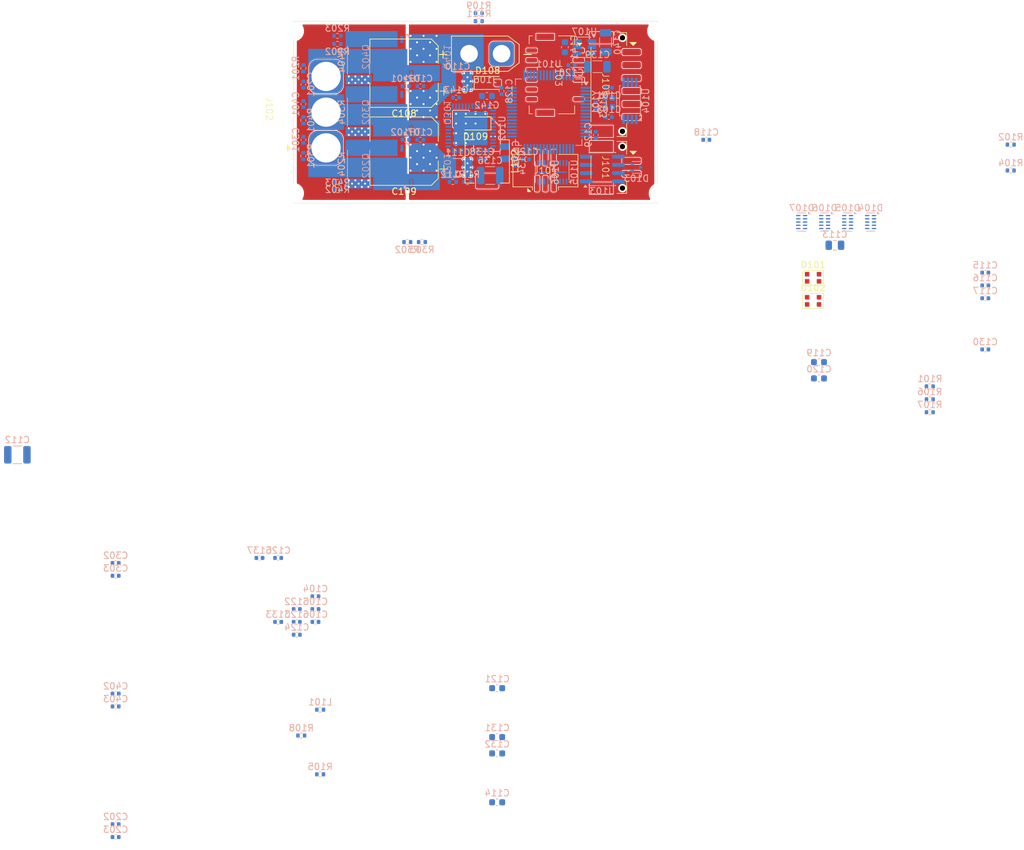
<source format=kicad_pcb>
(kicad_pcb (version 20241229) (generator "pcbnew") (generator_version "9.0")
  (layers (0 "F.Cu" signal) (4 "In1.Cu" signal) (6 "In2.Cu" signal) (8 "In3.Cu" signal) (10 "In4.Cu" signal) (2 "B.Cu" signal) (13 "F.Paste" user) (15 "B.Paste" user) (5 "F.SilkS" user "F.Silkscreen") (7 "B.SilkS" user "B.Silkscreen") (1 "F.Mask" user) (3 "B.Mask" user) (25 "Edge.Cuts" user))
  (net 0 "")
  (net 1 "GND")
  (net 2 "/OSC_IN")
  (net 3 "/OSC_OUT_L")
  (net 4 "/TMPA")
  (net 5 "+5V")
  (net 6 "VDD")
  (net 7 "VDDA")
  (net 8 "/ISA")
  (net 9 "/ISB")
  (net 10 "VBUS")
  (net 11 "/ISC")
  (net 12 "/TMPB")
  (net 13 "/CB_{VDD}")
  (net 14 "/SW_{VDD}")
  (net 15 "/DRV_{CP}")
  (net 16 "/VSM")
  (net 17 "/DRV_{CPL}")
  (net 18 "/DRV_{CPH}")
  (net 19 "/Phase A/FLT_{M}")
  (net 20 "/DVDD")
  (net 21 "/DRV_{VREF}")
  (net 22 "/VSA")
  (net 23 "/Phase B/FLT_{M}")
  (net 24 "/Phase A/SP")
  (net 25 "/VSB")
  (net 26 "/Phase B/SP")
  (net 27 "/VSC")
  (net 28 "/Phase C/FLT_{M}")
  (net 29 "/Phase C/SP")
  (net 31 "/Phase B/PH")
  (net 32 "/Phase C/PH")
  (net 33 "/Phase A/PH")
  (net 34 "/BOOT")
  (net 35 "/FB_{VDD}")
  (net 36 "/GLC")
  (net 37 "/GLB")
  (net 38 "/QSPI.IO7")
  (net 39 "/QSPI.IO5")
  (net 40 "/QSPI.IO4")
  (net 41 "/Phase A/GH")
  (net 42 "/QSPI.IO6")
  (net 43 "/CAL")
  (net 44 "/GHB")
  (net 45 "/ENABLE")
  (net 46 "Net-(U101A-PA12-FAULT)")
  (net 47 "/GHA")
  (net 48 "/Phase A/GL")
  (net 49 "/GHC")
  (net 50 "/GLA")
  (net 53 "/DBG.NRST")
  (net 54 "/TMPM")
  (net 55 "/CP+")
  (net 56 "/CP-")
  (net 57 "/ARGB_{1}")
  (net 58 "/Phase B/GH")
  (net 59 "/Phase B/GL")
  (net 60 "/ARGB_{0}")
  (net 61 "/CANH")
  (net 62 "/CANL")
  (net 63 "/XIO3")
  (net 64 "/XIO1")
  (net 65 "/XIO2")
  (net 66 "/XIO0")
  (net 67 "/XIO6")
  (net 68 "/XIO5")
  (net 69 "/Phase C/GH")
  (net 70 "/Phase C/GL")
  (net 71 "/OSC_OUT")
  (net 72 "/QSPI.NCS")
  (net 73 "/XIO4")
  (net 74 "/XIO7")
  (net 75 "/DBG.SWO")
  (net 76 "/LI2C_SDA")
  (net 77 "/LI2C_SCL")
  (net 78 "/DBG.SWCLK")
  (net 79 "/CAN_RX")
  (net 80 "/DBG.SWDIO")
  (net 81 "/ENCW")
  (net 82 "/QSPI.IO0")
  (net 83 "/QSPI.SCK")
  (net 84 "/QSPI.IO3")
  (net 85 "/CAN_TX")
  (net 86 "/QSPI.IO2")
  (net 87 "/QSPI.IO1")
  (net 88 "/ENCU")
  (net 89 "/ENCV")
  (footprint "Capacitor_SMD:CP_Elec_10x10" (layer "F.Cu") (at 17 6 180)
    (property "Reference" "C109" (at 0 -6.2 0) (layer "F.SilkS"))
    (property "Value" "270u")
    (pad "1" smd roundrect (at -4 0 180) (size 4 2.5) (layers "F.Cu" "F.Mask" "F.Paste") (roundrect_rratio 0.1) (net 10 "VBUS"))
    (pad "2" smd roundrect (at 4 0 180) (size 4 2.5) (layers "F.Cu" "F.Mask" "F.Paste") (roundrect_rratio 0.1) (net 1 "GND"))
  )
  (footprint "Diode_SMD:D_SOD-123F" (layer "F.Cu") (at 30 -4.5)
    (property "Reference" "D108" (at -0.127 -1.905 0) (layer "F.SilkS"))
    (property "Value" "30V")
    (pad "1" smd roundrect (at -1.4 0) (size 1.1 1.1) (layers "F.Cu" "F.Mask" "F.Paste") (roundrect_rratio 0.2272727273) (net 10 "VBUS"))
    (pad "2" smd roundrect (at 1.4 0) (size 1.1 1.1) (layers "F.Cu" "F.Mask" "F.Paste") (roundrect_rratio 0.2272727273) (net 1 "GND"))
  )
  (footprint "Bluesat:WS2812B-2020" (layer "F.Cu") (at 79.93262 25.5)
    (property "Reference" "D101" (at 0 -2 0) (layer "F.SilkS"))
    (property "Value" "WS2812B-2020")
    (pad "1" smd roundrect (at 0.915 0.55 180) (size 0.7 0.7) (layers "F.Cu" "F.Mask" "F.Paste") (roundrect_rratio 0.1))
    (pad "2" smd roundrect (at 0.915 -0.55 180) (size 0.7 0.7) (layers "F.Cu" "F.Mask" "F.Paste") (roundrect_rratio 0.1) (net 1 "GND"))
    (pad "3" smd roundrect (at -0.915 -0.55 180) (size 0.7 0.7) (layers "F.Cu" "F.Mask" "F.Paste") (roundrect_rratio 0.1) (net 57 "/ARGB_{1}"))
    (pad "4" smd roundrect (at -0.915 0.55 180) (size 0.7 0.7) (layers "F.Cu" "F.Mask" "F.Paste") (roundrect_rratio 0.1) (net 5 "+5V"))
  )
  (footprint "Capacitor_SMD:CP_Elec_10x10" (layer "F.Cu") (at 17 -6 180)
    (property "Reference" "C108" (at 0 -6.2 0) (layer "F.SilkS"))
    (property "Value" "270u")
    (pad "1" smd roundrect (at -4 0 180) (size 4 2.5) (layers "F.Cu" "F.Mask" "F.Paste") (roundrect_rratio 0.1) (net 10 "VBUS"))
    (pad "2" smd roundrect (at 4 0 180) (size 4 2.5) (layers "F.Cu" "F.Mask" "F.Paste") (roundrect_rratio 0.1) (net 1 "GND"))
  )
  (footprint "Bluesat:M2.5" (layer "F.Cu") (at 56 -12.5)
    (property "Reference" "H101" (hide yes))
    (property "Value" "M2.5")
    (pad "" np_thru_hole circle (at 0 0) (size 2.7 2.7) (drill 2.7) (layers "*.Cu" "*.Mask"))
  )
  (footprint "Bluesat:BM12B-ZPDSS" (layer "F.Cu") (at 40.25 -5.75 -90)
    (property "Reference" "J103" (at 0 -0.5 270) (layer "F.SilkS") (effects (font (thickness 0.1))))
    (property "Value" "BM12B-ZPDSS")
    (pad "" smd rect (at -5.85 1.525 270) (size 1 2.8) (layers "F.Cu" "F.Mask" "F.Paste"))
    (pad "" smd rect (at 5.85 1.525 270) (size 1 2.8) (layers "F.Cu" "F.Mask" "F.Paste"))
    (pad "1" smd roundrect (at -3.75 -3.625 270) (size 0.7 1.7) (layers "F.Cu" "F.Mask" "F.Paste") (net 66 "/XIO0"))
    (pad "2" smd roundrect (at -3.75 3.625 270) (size 0.7 1.7) (layers "F.Cu" "F.Mask" "F.Paste") (net 64 "/XIO1"))
    (pad "3" smd roundrect (at -2.25 -3.625 270) (size 0.7 1.7) (layers "F.Cu" "F.Mask" "F.Paste") (net 1 "GND"))
    (pad "4" smd roundrect (at -2.25 3.625 270) (size 0.7 1.7) (layers "F.Cu" "F.Mask" "F.Paste") (net 6 "VDD"))
    (pad "5" smd roundrect (at -0.75 -3.625 270) (size 0.7 1.7) (layers "F.Cu" "F.Mask" "F.Paste") (net 65 "/XIO2"))
    (pad "6" smd roundrect (at -0.75 3.625 270) (size 0.7 1.7) (layers "F.Cu" "F.Mask" "F.Paste") (net 63 "/XIO3"))
    (pad "7" smd roundrect (at 0.75 -3.625 270) (size 0.7 1.7) (layers "F.Cu" "F.Mask" "F.Paste") (net 73 "/XIO4"))
    (pad "8" smd roundrect (at 0.75 3.625 270) (size 0.7 1.7) (layers "F.Cu" "F.Mask" "F.Paste") (net 68 "/XIO5"))
    (pad "9" smd roundrect (at 2.25 -3.625 270) (size 0.7 1.7) (layers "F.Cu" "F.Mask" "F.Paste") (net 10 "VBUS"))
    (pad "10" smd roundrect (at 2.25 3.625 270) (size 0.7 1.7) (layers "F.Cu" "F.Mask" "F.Paste") (net 1 "GND"))
    (pad "11" smd roundrect (at 3.75 -3.625 270) (size 0.7 1.7) (layers "F.Cu" "F.Mask" "F.Paste") (net 67 "/XIO6"))
    (pad "12" smd roundrect (at 3.75 3.625 270) (size 0.7 1.7) (layers "F.Cu" "F.Mask" "F.Paste") (net 74 "/XIO7"))
  )
  (footprint "Bluesat:M2.5" (layer "F.Cu") (at 56.25 12.5)
    (property "Reference" "H102" (hide yes))
    (property "Value" "M2.5")
    (pad "" np_thru_hole circle (at 0 0) (size 2.7 2.7) (drill 2.7) (layers "*.Cu" "*.Mask"))
  )
  (footprint "Bluesat:BM02B-PASS" (layer "F.Cu") (at 52 8.5 -90)
    (property "Reference" "J101" (at 0 4 270) (layer "F.SilkS") (effects (font (thickness 0.1))))
    (property "Value" "SM02B-PASS")
    (pad "" np_thru_hole circle (at -3.2 1.4 270) (size 0.8 0.8) (drill 0.8) (layers "*.Mask"))
    (pad "" smd rect (at -3.2 4.65 270) (size 1.8 3.6) (layers "F.Cu" "F.Mask" "F.Paste"))
    (pad "" np_thru_hole circle (at 3.2 1.4 270) (size 0.8 0.8) (drill 0.8) (layers "*.Mask"))
    (pad "" smd rect (at 3.2 4.65 270) (size 1.8 3.6) (layers "F.Cu" "F.Mask" "F.Paste"))
    (pad "1" smd roundrect (at -1 0 270) (size 1 2.9) (layers "F.Cu" "F.Mask" "F.Paste") (net 62 "/CANL"))
    (pad "2" smd roundrect (at 1 0 270) (size 1 2.9) (layers "F.Cu" "F.Mask" "F.Paste") (net 61 "/CANH"))
  )
  (footprint "Diode_SMD:D_SOD-123" (layer "F.Cu") (at 28 1.75 180)
    (property "Reference" "D109" (at 0 -2 0) (layer "F.SilkS"))
    (property "Value" "500mA")
    (pad "1" smd roundrect (at -1.65 0 180) (size 0.9 1.2) (layers "F.Cu" "F.Mask" "F.Paste") (net 14 "/SW_{VDD}"))
    (pad "2" smd roundrect (at 1.65 0 180) (size 0.9 1.2) (layers "F.Cu" "F.Mask" "F.Paste") (net 1 "GND"))
  )
  (footprint "Bluesat:M2.5" (layer "F.Cu") (at 0 -12.5)
    (property "Reference" "H103" (hide yes))
    (property "Value" "M2.5")
    (pad "" np_thru_hole circle (at 0 0) (size 2.7 2.7) (drill 2.7) (layers "*.Cu" "*.Mask"))
  )
  (footprint "Connector_AMASS:AMASS_XT30U-M_1x02_P5.0mm_Vertical" (layer "F.Cu") (at 32 -9 180)
    (property "Reference" "J106" (at 2.5 -4 0) (layer "B.SilkS") (effects (justify mirror)))
    (property "Value" "XT30M")
    (fp_text user "+" (at 9 0 0) (layer "F.SilkS") (effects (font (size 1.5 1.5))))
    (fp_text user "-" (at -4 0 0) (layer "F.SilkS") (effects (font (size 1.5 1.5))))
    (pad "1" thru_hole roundrect (at 0 0 180) (size 3.8 3.8) (drill 2.7) (layers "*.Cu" "*.Mask") (roundrect_rratio 0.2) (net 1 "GND"))
    (pad "2" thru_hole circle (at 5 0 180) (size 3.8 3.8) (drill 2.7) (layers "*.Cu" "*.Mask") (net 10 "VBUS"))
  )
  (footprint "Bluesat:WS2812B-2020" (layer "F.Cu") (at 79.93262 29.05)
    (property "Reference" "D102" (at 0 -2 0) (layer "F.SilkS"))
    (property "Value" "WS2812B-2020")
    (pad "1" smd roundrect (at 0.915 0.55 180) (size 0.7 0.7) (layers "F.Cu" "F.Mask" "F.Paste") (roundrect_rratio 0.1) (net 57 "/ARGB_{1}"))
    (pad "2" smd roundrect (at 0.915 -0.55 180) (size 0.7 0.7) (layers "F.Cu" "F.Mask" "F.Paste") (roundrect_rratio 0.1) (net 1 "GND"))
    (pad "3" smd roundrect (at -0.915 -0.55 180) (size 0.7 0.7) (layers "F.Cu" "F.Mask" "F.Paste") (roundrect_rratio 0.1) (net 60 "/ARGB_{0}"))
    (pad "4" smd roundrect (at -0.915 0.55 180) (size 0.7 0.7) (layers "F.Cu" "F.Mask" "F.Paste") (roundrect_rratio 0.1) (net 5 "+5V"))
  )
  (footprint "Bluesat:M2.5" (layer "F.Cu") (at 0 12.5)
    (property "Reference" "H104" (hide yes))
    (property "Value" "M2.5")
    (pad "" np_thru_hole circle (at 0 0) (size 2.7 2.7) (drill 2.7) (layers "*.Cu" "*.Mask"))
  )
  (footprint "Bluesat:MR60-F-TopMount" (layer "F.Cu") (at 5 0 -90)
    (property "Reference" "J102" (at -0.5 8.75 270) (layer "F.SilkS") (effects (font (thickness 0.1))))
    (property "Value" "MR60")
    (pad "1" thru_hole roundrect (at 5.5 0 270) (size 5.25 5.25) (drill 4.5) (layers "*.Cu" "*.Mask") (net 32 "/Phase C/PH"))
    (pad "2" thru_hole roundrect (at 0 0 270) (size 5.25 5.25) (drill 4.5) (layers "*.Cu" "*.Mask") (net 31 "/Phase B/PH"))
    (pad "3" thru_hole roundrect (at -5.5 0 270) (size 5.25 5.25) (drill 4.5) (layers "*.Cu" "*.Mask") (net 33 "/Phase A/PH"))
  )
  (footprint "Inductor_SMD:L_Changjiang_FXL0630" (layer "F.Cu") (at 29.790806 7.582125 -90)
    (property "Reference" "L102" (at 0 -4.25 90) (layer "F.SilkS"))
    (property "Value" "47u-1A")
    (pad "1" smd roundrect (at -3.025 0 270) (size 2.35 3.5) (layers "F.Cu" "F.Mask" "F.Paste") (roundrect_rratio 0.106383) (net 14 "/SW_{VDD}"))
    (pad "2" smd roundrect (at 3.025 0 270) (size 2.35 3.5) (layers "F.Cu" "F.Mask" "F.Paste") (roundrect_rratio 0.106383) (net 6 "VDD"))
  )
  (footprint "Bluesat:BM06B-PASS" (layer "F.Cu") (at 52 -4.25 -90)
    (property "Reference" "J105" (at 0 4 270) (layer "F.SilkS") (effects (font (thickness 0.1))))
    (property "Value" "SM06B-PASS")
    (pad "" np_thru_hole circle (at -7.2 1.4 270) (size 0.8 0.8) (drill 0.8) (layers "*.Mask"))
    (pad "" smd rect (at -7.2 4.65 270) (size 1.8 3.6) (layers "F.Cu" "F.Mask" "F.Paste"))
    (pad "" np_thru_hole circle (at 7.2 1.4 270) (size 0.8 0.8) (drill 0.8) (layers "*.Mask"))
    (pad "" smd rect (at 7.2 4.65 270) (size 1.8 3.6) (layers "F.Cu" "F.Mask" "F.Paste"))
    (pad "1" smd roundrect (at -5 0 270) (size 1 2.9) (layers "F.Cu" "F.Mask" "F.Paste") (net 1 "GND"))
    (pad "2" smd roundrect (at -3 0 270) (size 1 2.9) (layers "F.Cu" "F.Mask" "F.Paste") (net 6 "VDD"))
    (pad "3" smd roundrect (at -1 0 270) (size 1 2.9) (layers "F.Cu" "F.Mask" "F.Paste") (net 54 "/TMPM"))
    (pad "4" smd roundrect (at 1 0 270) (size 1 2.9) (layers "F.Cu" "F.Mask" "F.Paste") (net 81 "/ENCW"))
    (pad "5" smd roundrect (at 3 0 270) (size 1 2.9) (layers "F.Cu" "F.Mask" "F.Paste") (net 89 "/ENCV"))
    (pad "6" smd roundrect (at 5 0 270) (size 1 2.9) (layers "F.Cu" "F.Mask" "F.Paste") (net 88 "/ENCU"))
  )
  (footprint "Bluesat:IDC6" (layer "F.Cu") (at 38.75 9)
    (property "Reference" "J104" (at 0 0 0) (layer "F.SilkS") (effects (font (thickness 0.1))))
    (property "Value" "IDC6")
    (pad "1" smd roundrect (at -1.27 2) (size 0.74 2.5) (layers "F.Cu" "F.Mask" "F.Paste") (net 75 "/DBG.SWO"))
    (pad "2" smd roundrect (at -1.27 -2) (size 0.74 2.5) (layers "F.Cu" "F.Mask" "F.Paste") (net 53 "/DBG.NRST"))
    (pad "3" smd roundrect (at 0 2) (size 0.74 2.5) (layers "F.Cu" "F.Mask" "F.Paste") (net 1 "GND"))
    (pad "4" smd roundrect (at 0 -2) (size 0.74 2.5) (layers "F.Cu" "F.Mask" "F.Paste") (net 6 "VDD"))
    (pad "5" smd roundrect (at 1.27 2) (size 0.74 2.5) (layers "F.Cu" "F.Mask" "F.Paste") (net 80 "/DBG.SWDIO"))
    (pad "6" smd roundrect (at 1.27 -2) (size 0.74 2.5) (layers "F.Cu" "F.Mask" "F.Paste") (net 78 "/DBG.SWCLK"))
  )
  (footprint "Package_SO:SOIC-8_3.9x4.9mm_P1.27mm" (layer "B.Cu") (at 47.5 8.75)
    (property "Reference" "U103" (at 0 3.4 0) (layer "B.SilkS") (effects (justify mirror)))
    (property "Value" "TCAN1462V")
    (pad "1" smd roundrect (at -2.475 1.905) (size 1.95 0.6) (layers "B.Cu" "B.Mask" "B.Paste") (net 85 "/CAN_TX"))
    (pad "2" smd roundrect (at -2.475 0.635) (size 1.95 0.6) (layers "B.Cu" "B.Mask" "B.Paste") (net 1 "GND"))
    (pad "3" smd roundrect (at -2.475 -0.635) (size 1.95 0.6) (layers "B.Cu" "B.Mask" "B.Paste") (net 5 "+5V"))
    (pad "4" smd roundrect (at -2.475 -1.905) (size 1.95 0.6) (layers "B.Cu" "B.Mask" "B.Paste") (net 79 "/CAN_RX"))
    (pad "5" smd roundrect (at 2.475 -1.905) (size 1.95 0.6) (layers "B.Cu" "B.Mask" "B.Paste") (net 6 "VDD"))
    (pad "6" smd roundrect (at 2.475 -0.635) (size 1.95 0.6) (layers "B.Cu" "B.Mask" "B.Paste") (net 62 "/CANL"))
    (pad "7" smd roundrect (at 2.475 0.635) (size 1.95 0.6) (layers "B.Cu" "B.Mask" "B.Paste") (net 61 "/CANH"))
    (pad "8" smd roundrect (at 2.475 1.905) (size 1.95 0.6) (layers "B.Cu" "B.Mask" "B.Paste") (net 1 "GND"))
  )
  (footprint "Capacitor_SMD:C_0603_1608Metric" (layer "B.Cu") (at 80.83762 40.99 180)
    (property "Reference" "C120" (at 0 1.43 0) (layer "B.SilkS") (effects (justify mirror)))
    (property "Value" "2u2")
    (pad "1" smd roundrect (at -0.775 0 180) (size 0.9 0.95) (layers "B.Cu" "B.Mask" "B.Paste") (net 1 "GND"))
    (pad "2" smd roundrect (at 0.775 0 180) (size 0.9 0.95) (layers "B.Cu" "B.Mask" "B.Paste") (net 6 "VDD"))
  )
  (footprint "Capacitor_SMD:C_0402_1005Metric" (layer "B.Cu") (at -27.380238 71.38 180)
    (property "Reference" "C303" (at 0 1.16 0) (layer "B.SilkS") (effects (justify mirror)))
    (property "Value" "100n")
    (pad "1" smd roundrect (at -0.48 0 180) (size 0.56 0.62) (layers "B.Cu" "B.Mask" "B.Paste") (net 1 "GND"))
    (pad "2" smd roundrect (at 0.48 0 180) (size 0.56 0.62) (layers "B.Cu" "B.Mask" "B.Paste") (net 26 "/Phase B/SP"))
  )
  (footprint "Capacitor_SMD:C_0402_1005Metric" (layer "B.Cu") (at 0.489762 80.45 180)
    (property "Reference" "C124" (at 0 1.16 0) (layer "B.SilkS") (effects (justify mirror)))
    (property "Value" "220n")
    (pad "1" smd roundrect (at -0.48 0 180) (size 0.56 0.62) (layers "B.Cu" "B.Mask" "B.Paste") (net 1 "GND"))
    (pad "2" smd roundrect (at 0.48 0 180) (size 0.56 0.62) (layers "B.Cu" "B.Mask" "B.Paste") (net 6 "VDD"))
  )
  (footprint "Capacitor_SMD:C_0402_1005Metric" (layer "B.Cu") (at 25 -2.25 180)
    (property "Reference" "C143" (at 0 1.16 0) (layer "B.SilkS") (effects (justify mirror)))
    (property "Value" "220n")
    (pad "1" smd roundrect (at -0.48 0 180) (size 0.56 0.62) (layers "B.Cu" "B.Mask" "B.Paste") (net 1 "GND"))
    (pad "2" smd roundrect (at 0.48 0 180) (size 0.56 0.62) (layers "B.Cu" "B.Mask" "B.Paste") (net 21 "/DRV_{VREF}"))
  )
  (footprint "Bluesat:LQFP-64-0.5" (layer "B.Cu") (at 39.25 0 180)
    (property "Reference" "U101" (at 0 7.4 0) (layer "B.SilkS") (effects (justify mirror)))
    (property "Value" "STM32G474")
    (pad "1" smd roundrect (at -5.675 3.75 180) (size 1.55 0.3) (layers "B.Cu" "B.Mask") (net 6 "VDD"))
    (pad "2" smd roundrect (at -5.675 3.25 180) (size 1.55 0.3) (layers "B.Cu" "B.Mask") (net 66 "/XIO0"))
    (pad "3" smd roundrect (at -5.675 2.75 180) (size 1.55 0.3) (layers "B.Cu" "B.Mask") (net 64 "/XIO1"))
    (pad "4" smd roundrect (at -5.675 2.25 180) (size 1.55 0.3) (layers "B.Cu" "B.Mask") (net 65 "/XIO2"))
    (pad "5" smd roundrect (at -5.675 1.75 180) (size 1.55 0.3) (layers "B.Cu" "B.Mask") (net 2 "/OSC_IN"))
    (pad "6" smd roundrect (at -5.675 1.25 180) (size 1.55 0.3) (layers "B.Cu" "B.Mask") (net 71 "/OSC_OUT"))
    (pad "7" smd roundrect (at -5.675 0.75 180) (size 1.55 0.3) (layers "B.Cu" "B.Mask") (net 53 "/DBG.NRST"))
    (pad "8" smd roundrect (at -5.675 0.25 180) (size 1.55 0.3) (layers "B.Cu" "B.Mask") (net 4 "/TMPA"))
    (pad "9" smd roundrect (at -5.675 -0.25 180) (size 1.55 0.3) (layers "B.Cu" "B.Mask") (net 40 "/QSPI.IO4"))
    (pad "10" smd roundrect (at -5.675 -0.75 180) (size 1.55 0.3) (layers "B.Cu" "B.Mask") (net 39 "/QSPI.IO5"))
    (pad "11" smd roundrect (at -5.675 -1.25 180) (size 1.55 0.3) (layers "B.Cu" "B.Mask") (net 42 "/QSPI.IO6"))
    (pad "12" smd roundrect (at -5.675 -1.75 180) (size 1.55 0.3) (layers "B.Cu" "B.Mask") (net 88 "/ENCU"))
    (pad "13" smd roundrect (at -5.675 -2.25 180) (size 1.55 0.3) (layers "B.Cu" "B.Mask") (net 54 "/TMPM"))
    (pad "14" smd roundrect (at -5.675 -2.75 180) (size 1.55 0.3) (layers "B.Cu" "B.Mask") (net 81 "/ENCW"))
    (pad "15" smd roundrect (at -5.675 -3.25 180) (size 1.55 0.3) (layers "B.Cu" "B.Mask") (net 1 "GND"))
    (pad "16" smd roundrect (at -5.675 -3.75 180) (size 1.55 0.3) (layers "B.Cu" "B.Mask") (net 6 "VDD"))
    (pad "17" smd roundrect (at -3.75 -5.675 180) (size 0.3 1.55) (layers "B.Cu" "B.Mask") (net 12 "/TMPB"))
    (pad "18" smd roundrect (at -3.25 -5.675 180) (size 0.3 1.55) (layers "B.Cu" "B.Mask") (net 16 "/VSM"))
    (pad "19" smd roundrect (at -2.75 -5.675 180) (size 0.3 1.55) (layers "B.Cu" "B.Mask") (net 22 "/VSA"))
    (pad "20" smd roundrect (at -2.25 -5.675 180) (size 0.3 1.55) (layers "B.Cu" "B.Mask") (net 84 "/QSPI.IO3"))
    (pad "21" smd roundrect (at -1.75 -5.675 180) (size 0.3 1.55) (layers "B.Cu" "B.Mask") (net 86 "/QSPI.IO2"))
    (pad "22" smd roundrect (at -1.25 -5.675 180) (size 0.3 1.55) (layers "B.Cu" "B.Mask") (net 38 "/QSPI.IO7"))
    (pad "23" smd roundrect (at -0.75 -5.675 180) (size 0.3 1.55) (layers "B.Cu" "B.Mask") (net 25 "/VSB"))
    (pad "24" smd roundrect (at -0.25 -5.675 180) (size 0.3 1.55) (layers "B.Cu" "B.Mask") (net 87 "/QSPI.IO1"))
    (pad "25" smd roundrect (at 0.25 -5.675 180) (size 0.3 1.55) (layers "B.Cu" "B.Mask") (net 82 "/QSPI.IO0"))
    (pad "26" smd roundrect (at 0.75 -5.675 180) (size 0.3 1.55) (layers "B.Cu" "B.Mask") (net 27 "/VSC"))
    (pad "27" smd roundrect (at 1.25 -5.675 180) (size 0.3 1.55) (layers "B.Cu" "B.Mask") (net 1 "GND"))
    (pad "28" smd roundrect (at 1.75 -5.675 180) (size 0.3 1.55) (layers "B.Cu" "B.Mask") (net 7 "VDDA"))
    (pad "29" smd roundrect (at 2.25 -5.675 180) (size 0.3 1.55) (layers "B.Cu" "B.Mask") (net 7 "VDDA"))
    (pad "30" smd roundrect (at 2.75 -5.675 180) (size 0.3 1.55) (layers "B.Cu" "B.Mask") (net 83 "/QSPI.SCK"))
    (pad "31" smd roundrect (at 3.25 -5.675 180) (size 0.3 1.55) (layers "B.Cu" "B.Mask") (net 1 "GND"))
    (pad "32" smd roundrect (at 3.75 -5.675 180) (size 0.3 1.55) (layers "B.Cu" "B.Mask") (net 6 "VDD"))
    (pad "33" smd roundrect (at 5.675 -3.75 180) (size 1.55 0.3) (layers "B.Cu" "B.Mask") (net 72 "/QSPI.NCS"))
    (pad "34" smd roundrect (at 5.675 -3.25 180) (size 1.55 0.3) (layers "B.Cu" "B.Mask") (net 11 "/ISC"))
    (pad "35" smd roundrect (at 5.675 -2.75 180) (size 1.55 0.3) (layers "B.Cu" "B.Mask") (net 9 "/ISB"))
    (pad "36" smd roundrect (at 5.675 -2.25 180) (size 1.55 0.3) (layers "B.Cu" "B.Mask") (net 36 "/GLC"))
    (pad "37" smd roundrect (at 5.675 -1.75 180) (size 1.55 0.3) (layers "B.Cu" "B.Mask") (net 49 "/GHC"))
    (pad "38" smd roundrect (at 5.675 -1.25 180) (size 1.55 0.3) (layers "B.Cu" "B.Mask") (net 37 "/GLB"))
    (pad "39" smd roundrect (at 5.675 -0.75 180) (size 1.55 0.3) (layers "B.Cu" "B.Mask") (net 44 "/GHB"))
    (pad "40" smd roundrect (at 5.675 -0.25 180) (size 1.55 0.3) (layers "B.Cu" "B.Mask") (net 50 "/GLA"))
    (pad "41" smd roundrect (at 5.675 0.25 180) (size 1.55 0.3) (layers "B.Cu" "B.Mask") (net 47 "/GHA"))
    (pad "42" smd roundrect (at 5.675 0.75 180) (size 1.55 0.3) (layers "B.Cu" "B.Mask") (net 63 "/XIO3"))
    (pad "43" smd roundrect (at 5.675 1.25 180) (size 1.55 0.3) (layers "B.Cu" "B.Mask") (net 8 "/ISA"))
    (pad "44" smd roundrect (at 5.675 1.75 180) (size 1.55 0.3) (layers "B.Cu" "B.Mask") (net 45 "/ENABLE"))
    (pad "45" smd roundrect (at 5.675 2.25 180) (size 1.55 0.3) (layers "B.Cu" "B.Mask") (net 43 "/CAL"))
    (pad "46" smd roundrect (at 5.675 2.75 180) (size 1.55 0.3) (layers "B.Cu" "B.Mask") (net 46 "Net-(U101A-PA12-FAULT)"))
    (pad "47" smd roundrect (at 5.675 3.25 180) (size 1.55 0.3) (layers "B.Cu" "B.Mask") (net 1 "GND"))
    (pad "48" smd roundrect (at 5.675 3.75 180) (size 1.55 0.3) (layers "B.Cu" "B.Mask") (net 6 "VDD"))
    (pad "49" smd roundrect (at 3.75 5.675 180) (size 0.3 1.55) (layers "B.Cu" "B.Mask") (net 80 "/DBG.SWDIO"))
    (pad "50" smd roundrect (at 3.25 5.675 180) (size 0.3 1.55) (layers "B.Cu" "B.Mask") (net 78 "/DBG.SWCLK"))
    (pad "51" smd roundrect (at 2.75 5.675 180) (size 0.3 1.55) (layers "B.Cu" "B.Mask") (net 77 "/LI2C_SCL"))
    (pad "52" smd roundrect (at 2.25 5.675 180) (size 0.3 1.55) (layers "B.Cu" "B.Mask") (net 60 "/ARGB_{0}"))
    (pad "53" smd roundrect (at 1.75 5.675 180) (size 0.3 1.55) (layers "B.Cu" "B.Mask") (net 73 "/XIO4"))
    (pad "54" smd roundrect (at 1.25 5.675 180) (size 0.3 1.55) (layers "B.Cu" "B.Mask") (net 89 "/ENCV"))
    (pad "55" smd roundrect (at 0.75 5.675 180) (size 0.3 1.55) (layers "B.Cu" "B.Mask") (net 68 "/XIO5"))
    (pad "56" smd roundrect (at 0.25 5.675 180) (size 0.3 1.55) (layers "B.Cu" "B.Mask") (net 75 "/DBG.SWO"))
    (pad "57" smd roundrect (at -0.25 5.675 180) (size 0.3 1.55) (layers "B.Cu" "B.Mask") (net 67 "/XIO6"))
    (pad "58" smd roundrect (at -0.75 5.675 180) (size 0.3 1.55) (layers "B.Cu" "B.Mask") (net 79 "/CAN_RX"))
    (pad "59" smd roundrect (at -1.25 5.675 180) (size 0.3 1.55) (layers "B.Cu" "B.Mask") (net 85 "/CAN_TX"))
    (pad "60" smd roundrect (at -1.75 5.675 180) (size 0.3 1.55) (layers "B.Cu" "B.Mask") (net 76 "/LI2C_SDA"))
    (pad "61" smd roundrect (at -2.25 5.675 180) (size 0.3 1.55) (layers "B.Cu" "B.Mask") (net 34 "/BOOT"))
    (pad "62" smd roundrect (at -2.75 5.675 180) (size 0.3 1.55) (layers "B.Cu" "B.Mask") (net 74 "/XIO7"))
    (pad "63" smd roundrect (at -3.25 5.675 180) (size 0.3 1.55) (layers "B.Cu" "B.Mask") (net 1 "GND"))
    (pad "64" smd roundrect (at -3.75 5.675 180) (size 0.3 1.55) (layers "B.Cu" "B.Mask") (net 6 "VDD"))
  )
  (footprint "Bluesat:PQFN_5x6mm_E_DGS" (layer "B.Cu") (at 20 -8.5 90)
    (property "Reference" "Q401" (at 0 3.625 270) (layer "B.SilkS") (effects (font (thickness 0.1)) (justify mirror)))
    (property "Value" "IRFH7440TRPBF")
    (pad "1" smd custom (at 0.8375 0 270) (size 3.53 4.26) (layers "B.Cu" "B.Mask") (net 10 "VBUS") (options (clearance outline) (anchor rect)) (primitives (gr_rect (start -2.415 -2.13) (end -1.755 -1.68) (width 0) (fill yes)) (gr_rect (start -2.415 -0.86) (end -1.755 -0.41) (width 0) (fill yes)) (gr_rect (start -2.415 0.41) (end -1.755 0.86) (width 0) (fill yes)) (gr_rect (start -2.415 1.68) (end -1.755 2.13) (width 0) (fill yes))))
    (pad "2" smd rect (at -2.7075 -1.905 270) (size 1.08 0.45) (layers "B.Cu" "B.Mask" "B.Paste") (net 69 "/Phase C/GH"))
    (pad "3" smd rect (at -2.7075 -0.635 270) (size 1.08 0.45) (layers "B.Cu" "B.Mask" "B.Paste") (net 32 "/Phase C/PH"))
    (pad "3" smd rect (at -2.7075 0.635 270) (size 1.08 0.45) (layers "B.Cu" "B.Mask" "B.Paste") (net 32 "/Phase C/PH"))
    (pad "3" smd rect (at -2.7075 1.905 270) (size 1.08 0.45) (layers "B.Cu" "B.Mask" "B.Paste") (net 32 "/Phase C/PH"))
  )
  (footprint "Capacitor_SMD:C_0402_1005Metric" (layer "B.Cu") (at 35.75 7.25 180)
    (property "Reference" "C127" (at 0 1.16 0) (layer "B.SilkS") (effects (justify mirror)))
    (property "Value" "220n")
    (pad "1" smd roundrect (at -0.48 0 180) (size 0.56 0.62) (layers "B.Cu" "B.Mask" "B.Paste") (net 1 "GND"))
    (pad "2" smd roundrect (at 0.48 0 180) (size 0.56 0.62) (layers "B.Cu" "B.Mask" "B.Paste") (net 6 "VDD"))
  )
  (footprint "Capacitor_SMD:C_0805_2012Metric" (layer "B.Cu") (at 83.28762 20.49 180)
    (property "Reference" "C113" (at 0 1.68 0) (layer "B.SilkS") (effects (justify mirror)))
    (property "Value" "330n-H")
    (pad "1" smd roundrect (at -0.95 0 180) (size 1 1.45) (layers "B.Cu" "B.Mask" "B.Paste") (net 1 "GND"))
    (pad "2" smd roundrect (at 0.95 0 180) (size 1 1.45) (layers "B.Cu" "B.Mask" "B.Paste") (net 10 "VBUS"))
  )
  (footprint "Capacitor_SMD:C_0402_1005Metric" (layer "B.Cu") (at -27.380238 91.49 180)
    (property "Reference" "C403" (at 0 1.16 0) (layer "B.SilkS") (effects (justify mirror)))
    (property "Value" "100n")
    (pad "1" smd roundrect (at -0.48 0 180) (size 0.56 0.62) (layers "B.Cu" "B.Mask" "B.Paste") (net 1 "GND"))
    (pad "2" smd roundrect (at 0.48 0 180) (size 0.56 0.62) (layers "B.Cu" "B.Mask" "B.Paste") (net 29 "/Phase C/SP"))
  )
  (footprint "Resistor_SMD:R_0402_1005Metric" (layer "B.Cu") (at 46.5 -1 90)
    (property "Reference" "R103" (at 0 1.17 90) (layer "B.SilkS") (effects (justify mirror)))
    (property "Value" "470R")
    (pad "1" smd roundrect (at -0.51 0 90) (size 0.54 0.64) (layers "B.Cu" "B.Mask" "B.Paste") (net 3 "/OSC_OUT_L"))
    (pad "2" smd roundrect (at 0.51 0 90) (size 0.54 0.64) (layers "B.Cu" "B.Mask" "B.Paste") (net 71 "/OSC_OUT"))
  )
  (footprint "Resistor_SMD:R_0402_1005Metric" (layer "B.Cu") (at 6.75 -10.5)
    (property "Reference" "R202" (at 0 1.17 0) (layer "B.SilkS") (effects (justify mirror)))
    (property "Value" "220K")
    (pad "1" smd roundrect (at -0.51 0) (size 0.54 0.64) (layers "B.Cu" "B.Mask" "B.Paste") (net 33 "/Phase A/PH"))
    (pad "2" smd roundrect (at 0.51 0) (size 0.54 0.64) (layers "B.Cu" "B.Mask" "B.Paste") (net 22 "/VSA"))
  )
  (footprint "Resistor_SMD:R_0402_1005Metric" (layer "B.Cu") (at 19.75 20)
    (property "Reference" "R303" (at 0 1.17 0) (layer "B.SilkS") (effects (justify mirror)))
    (property "Value" "10K")
    (pad "1" smd roundrect (at -0.51 0) (size 0.54 0.64) (layers "B.Cu" "B.Mask" "B.Paste") (net 25 "/VSB"))
    (pad "2" smd roundrect (at 0.51 0) (size 0.54 0.64) (layers "B.Cu" "B.Mask" "B.Paste") (net 1 "GND"))
  )
  (footprint "Capacitor_SMD:C_0603_1608Metric" (layer "B.Cu") (at 31.319762 98.72 180)
    (property "Reference" "C132" (at 0 1.43 0) (layer "B.SilkS") (effects (justify mirror)))
    (property "Value" "2u2")
    (pad "1" smd roundrect (at -0.775 0 180) (size 0.9 0.95) (layers "B.Cu" "B.Mask" "B.Paste") (net 1 "GND"))
    (pad "2" smd roundrect (at 0.775 0 180) (size 0.9 0.95) (layers "B.Cu" "B.Mask" "B.Paste") (net 7 "VDDA"))
  )
  (footprint "Capacitor_SMD:C_0402_1005Metric" (layer "B.Cu") (at 29 7.25 180)
    (property "Reference" "C138" (at 0 1.16 0) (layer "B.SilkS") (effects (justify mirror)))
    (property "Value" "33n")
    (pad "1" smd roundrect (at -0.48 0 180) (size 0.56 0.62) (layers "B.Cu" "B.Mask" "B.Paste") (net 17 "/DRV_{CPL}"))
    (pad "2" smd roundrect (at 0.48 0 180) (size 0.56 0.62) (layers "B.Cu" "B.Mask" "B.Paste") (net 18 "/DRV_{CPH}"))
  )
  (footprint "Capacitor_SMD:C_0402_1005Metric" (layer "B.Cu") (at 48.5 -3.75)
    (property "Reference" "C101" (at 0 1.16 0) (layer "B.SilkS") (effects (justify mirror)))
    (property "Value" "10p")
    (pad "1" smd roundrect (at -0.48 0) (size 0.56 0.62) (layers "B.Cu" "B.Mask" "B.Paste") (net 1 "GND"))
    (pad "2" smd roundrect (at 0.48 0) (size 0.56 0.62) (layers "B.Cu" "B.Mask" "B.Paste") (net 2 "/OSC_IN"))
  )
  (footprint "Package_DFN_QFN:Texas_RGZ0048A_VQFN-48-1EP_7x7mm_P0.5mm_EP5.15x5.15mm" (layer "B.Cu") (at 27.25 2.5 90)
    (property "Reference" "U102" (at 0 4.83 90) (layer "B.SilkS") (effects (justify mirror)))
    (property "Value" "DRV8323RH")
    (pad "1" smd roundrect (at -3.4375 2.75 90) (size 0.875 0.25) (layers "B.Cu" "B.Mask" "B.Paste") (net 35 "/FB_{VDD}"))
    (pad "2" smd roundrect (at -3.4375 2.25 90) (size 0.875 0.25) (layers "B.Cu" "B.Mask" "B.Paste") (net 1 "GND"))
    (pad "3" smd roundrect (at -3.4375 1.75 90) (size 0.875 0.25) (layers "B.Cu" "B.Mask" "B.Paste") (net 17 "/DRV_{CPL}"))
    (pad "4" smd roundrect (at -3.4375 1.25 90) (size 0.875 0.25) (layers "B.Cu" "B.Mask" "B.Paste") (net 18 "/DRV_{CPH}"))
    (pad "5" smd roundrect (at -3.4375 0.75 90) (size 0.875 0.25) (layers "B.Cu" "B.Mask" "B.Paste") (net 15 "/DRV_{CP}"))
    (pad "6" smd roundrect (at -3.4375 0.25 90) (size 0.875 0.25) (layers "B.Cu" "B.Mask" "B.Paste") (net 10 "VBUS"))
    (pad "7" smd roundrect (at -3.4375 -0.25 90) (size 0.875 0.25) (layers "B.Cu" "B.Mask" "B.Paste") (net 10 "VBUS"))
    (pad "8" smd roundrect (at -3.4375 -0.75 90) (size 0.875 0.25) (layers "B.Cu" "B.Mask" "B.Paste") (net 41 "/Phase A/GH"))
    (pad "9" smd roundrect (at -3.4375 -1.25 90) (size 0.875 0.25) (layers "B.Cu" "B.Mask" "B.Paste") (net 33 "/Phase A/PH"))
    (pad "10" smd roundrect (at -3.4375 -1.75 90) (size 0.875 0.25) (layers "B.Cu" "B.Mask" "B.Paste") (net 48 "/Phase A/GL"))
    (pad "11" smd roundrect (at -3.4375 -2.25 90) (size 0.875 0.25) (layers "B.Cu" "B.Mask" "B.Paste") (net 24 "/Phase A/SP"))
    (pad "12" smd roundrect (at -3.4375 -2.75 90) (size 0.875 0.25) (layers "B.Cu" "B.Mask" "B.Paste") (net 1 "GND"))
    (pad "13" smd roundrect (at -2.75 -3.4375 90) (size 0.25 0.875) (layers "B.Cu" "B.Mask" "B.Paste") (net 1 "GND"))
    (pad "14" smd roundrect (at -2.25 -3.4375 90) (size 0.25 0.875) (layers "B.Cu" "B.Mask" "B.Paste") (net 26 "/Phase B/SP"))
    (pad "15" smd roundrect (at -1.75 -3.4375 90) (size 0.25 0.875) (layers "B.Cu" "B.Mask" "B.Paste") (net 59 "/Phase B/GL"))
    (pad "16" smd roundrect (at -1.25 -3.4375 90) (size 0.25 0.875) (layers "B.Cu" "B.Mask" "B.Paste") (net 31 "/Phase B/PH"))
    (pad "17" smd roundrect (at -0.75 -3.4375 90) (size 0.25 0.875) (layers "B.Cu" "B.Mask" "B.Paste") (net 58 "/Phase B/GH"))
    (pad "18" smd roundrect (at -0.25 -3.4375 90) (size 0.25 0.875) (layers "B.Cu" "B.Mask" "B.Paste") (net 69 "/Phase C/GH"))
    (pad "19" smd roundrect (at 0.25 -3.4375 90) (size 0.25 0.875) (layers "B.Cu" "B.Mask" "B.Paste") (net 32 "/Phase C/PH"))
    (pad "20" smd roundrect (at 0.75 -3.4375 90) (size 0.25 0.875) (layers "B.Cu" "B.Mask" "B.Paste") (net 70 "/Phase C/GL"))
    (pad "21" smd roundrect (at 1.25 -3.4375 90) (size 0.25 0.875) (layers "B.Cu" "B.Mask" "B.Paste") (net 29 "/Phase C/SP"))
    (pad "22" smd roundrect (at 1.75 -3.4375 90) (size 0.25 0.875) (layers "B.Cu" "B.Mask" "B.Paste") (net 1 "GND"))
    (pad "23" smd roundrect (at 2.25 -3.4375 90) (size 0.25 0.875) (layers "B.Cu" "B.Mask" "B.Paste") (net 11 "/ISC"))
    (pad "24" smd roundrect (at 2.75 -3.4375 90) (size 0.25 0.875) (layers "B.Cu" "B.Mask" "B.Paste") (net 9 "/ISB"))
    (pad "25" smd roundrect (at 3.4375 -2.75 90) (size 0.875 0.25) (layers "B.Cu" "B.Mask" "B.Paste") (net 8 "/ISA"))
    (pad "26" smd roundrect (at 3.4375 -2.25 90) (size 0.875 0.25) (layers "B.Cu" "B.Mask" "B.Paste") (net 21 "/DRV_{VREF}"))
    (pad "27" smd roundrect (at 3.4375 -1.75 90) (size 0.875 0.25) (layers "B.Cu" "B.Mask" "B.Paste") (net 1 "GND"))
    (pad "28" smd roundrect (at 3.4375 -1.25 90) (size 0.875 0.25) (layers "B.Cu" "B.Mask" "B.Paste") (net 46 "Net-(U101A-PA12-FAULT)"))
    (pad "29" smd roundrect (at 3.4375 -0.75 90) (size 0.875 0.25) (layers "B.Cu" "B.Mask" "B.Paste") (net 1 "GND"))
    (pad "30" smd roundrect (at 3.4375 -0.25 90) (size 0.875 0.25) (layers "B.Cu" "B.Mask" "B.Paste") (net 20 "/DVDD"))
    (pad "31" smd roundrect (at 3.4375 0.25 90) (size 0.875 0.25) (layers "B.Cu" "B.Mask" "B.Paste") (net 20 "/DVDD"))
    (pad "32" smd roundrect (at 3.4375 0.75 90) (size 0.875 0.25) (layers "B.Cu" "B.Mask" "B.Paste") (net 20 "/DVDD"))
    (pad "33" smd roundrect (at 3.4375 1.25 90) (size 0.875 0.25) (layers "B.Cu" "B.Mask" "B.Paste") (net 45 "/ENABLE"))
    (pad "34" smd roundrect (at 3.4375 1.75 90) (size 0.875 0.25) (layers "B.Cu" "B.Mask" "B.Paste") (net 43 "/CAL"))
    (pad "35" smd roundrect (at 3.4375 2.25 90) (size 0.875 0.25) (layers "B.Cu" "B.Mask" "B.Paste") (net 1 "GND"))
    (pad "36" smd roundrect (at 3.4375 2.75 90) (size 0.875 0.25) (layers "B.Cu" "B.Mask" "B.Paste") (net 20 "/DVDD"))
    (pad "37" smd roundrect (at 2.75 3.4375 90) (size 0.25 0.875) (layers "B.Cu" "B.Mask" "B.Paste") (net 47 "/GHA"))
    (pad "38" smd roundrect (at 2.25 3.4375 90) (size 0.25 0.875) (layers "B.Cu" "B.Mask" "B.Paste") (net 50 "/GLA"))
    (pad "39" smd roundrect (at 1.75 3.4375 90) (size 0.25 0.875) (layers "B.Cu" "B.Mask" "B.Paste") (net 44 "/GHB"))
    (pad "40" smd roundrect (at 1.25 3.4375 90) (size 0.25 0.875) (layers "B.Cu" "B.Mask" "B.Paste") (net 37 "/GLB"))
    (pad "41" smd roundrect (at 0.75 3.4375 90) (size 0.25 0.875) (layers "B.Cu" "B.Mask" "B.Paste") (net 49 "/GHC"))
    (pad "42" smd roundrect (at 0.25 3.4375 90) (size 0.25 0.875) (layers "B.Cu" "B.Mask" "B.Paste") (net 36 "/GLC"))
    (pad "43" smd roundrect (at -0.25 3.4375 90) (size 0.25 0.875) (layers "B.Cu" "B.Mask" "B.Paste") (net 1 "GND"))
    (pad "44" smd roundrect (at -0.75 3.4375 90) (size 0.25 0.875) (layers "B.Cu" "B.Mask" "B.Paste") (net 13 "/CB_{VDD}"))
    (pad "45" smd roundrect (at -1.25 3.4375 90) (size 0.25 0.875) (layers "B.Cu" "B.Mask" "B.Paste") (net 14 "/SW_{VDD}"))
    (pad "46" smd roundrect (at -1.75 3.4375 90) (size 0.25 0.875) (layers "B.Cu" "B.Mask" "B.Paste"))
    (pad "47" smd roundrect (at -2.25 3.4375 90) (size 0.25 0.875) (layers "B.Cu" "B.Mask" "B.Paste") (net 10 "VBUS"))
    (pad "48" smd roundrect (at -2.75 3.4375 90) (size 0.25 0.875) (layers "B.Cu" "B.Mask" "B.Paste"))
    (pad "49" smd rect (at 0 0 90) (size 5.15 5.15) (property pad_prop_heatsink) (layers "B.Cu" "B.Mask") (net 1 "GND"))
  )
  (footprint "Resistor_SMD:R_0402_1005Metric" (layer "B.Cu") (at 4.089762 101.94 180)
    (property "Reference" "R105" (at 0 1.17 0) (layer "B.SilkS") (effects (justify mirror)))
    (property "Value" "10k")
    (pad "1" smd roundrect (at -0.51 0 180) (size 0.54 0.64) (layers "B.Cu" "B.Mask" "B.Paste") (net 6 "VDD"))
    (pad "2" smd roundrect (at 0.51 0 180) (size 0.54 0.64) (layers "B.Cu" "B.Mask" "B.Paste") (net 72 "/QSPI.NCS"))
  )
  (footprint "Bluesat:PQFN_5x6mm_E_DGS" (layer "B.Cu") (at 14.75 -8.5 -90)
    (property "Reference" "Q402" (at 0 3.625 90) (layer "B.SilkS") (effects (font (thickness 0.1)) (justify mirror)))
    (property "Value" "IRFH7440TRPBF")
    (pad "1" smd custom (at 0.8375 0 90) (size 3.53 4.26) (layers "B.Cu" "B.Mask") (net 32 "/Phase C/PH") (options (clearance outline) (anchor rect)) (primitives (gr_rect (start -2.415 -2.13) (end -1.755 -1.68) (width 0) (fill yes)) (gr_rect (start -2.415 -0.86) (end -1.755 -0.41) (width 0) (fill yes)) (gr_rect (start -2.415 0.41) (end -1.755 0.86) (width 0) (fill yes)) (gr_rect (start -2.415 1.68) (end -1.755 2.13) (width 0) (fill yes))))
    (pad "2" smd rect (at -2.7075 -1.905 90) (size 1.08 0.45) (layers "B.Cu" "B.Mask" "B.Paste") (net 70 "/Phase C/GL"))
    (pad "3" smd rect (at -2.7075 -0.635 90) (size 1.08 0.45) (layers "B.Cu" "B.Mask" "B.Paste") (net 29 "/Phase C/SP"))
    (pad "3" smd rect (at -2.7075 0.635 90) (size 1.08 0.45) (layers "B.Cu" "B.Mask" "B.Paste") (net 29 "/Phase C/SP"))
    (pad "3" smd rect (at -2.7075 1.905 90) (size 1.08 0.45) (layers "B.Cu" "B.Mask" "B.Paste") (net 29 "/Phase C/SP"))
  )
  (footprint "Resistor_SMD:R_0402_1005Metric" (layer "B.Cu") (at 1.179762 95.97 180)
    (property "Reference" "R108" (at 0 1.17 0) (layer "B.SilkS") (effects (justify mirror)))
    (property "Value" "10k")
    (pad "1" smd roundrect (at -0.51 0 180) (size 0.54 0.64) (layers "B.Cu" "B.Mask" "B.Paste") (net 34 "/BOOT"))
    (pad "2" smd roundrect (at 0.51 0 180) (size 0.54 0.64) (layers "B.Cu" "B.Mask" "B.Paste") (net 1 "GND"))
  )
  (footprint "Resistor_SMD:R_0402_1005Metric" (layer "B.Cu") (at 97.88762 46.2 180)
    (property "Reference" "R107" (at 0 1.17 0) (layer "B.SilkS") (effects (justify mirror)))
    (property "Value" "100k")
    (pad "1" smd roundrect (at -0.51 0 180) (size 0.54 0.64) (layers "B.Cu" "B.Mask" "B.Paste") (net 78 "/DBG.SWCLK"))
    (pad "2" smd roundrect (at 0.51 0 180) (size 0.54 0.64) (layers "B.Cu" "B.Mask" "B.Paste") (net 1 "GND"))
  )
  (footprint "Resistor_SMD:R_0402_1005Metric" (layer "B.Cu") (at 17.25 4.25 180)
    (property "Reference" "TH102" (at 0 1.17 0) (layer "B.SilkS") (effects (justify mirror)))
    (property "Value" "10k")
    (pad "1" smd roundrect (at -0.51 0 180) (size 0.54 0.64) (layers "B.Cu" "B.Mask" "B.Paste") (net 12 "/TMPB"))
    (pad "2" smd roundrect (at 0.51 0 180) (size 0.54 0.64) (layers "B.Cu" "B.Mask" "B.Paste") (net 1 "GND"))
  )
  (footprint "Capacitor_SMD:C_0402_1005Metric" (layer "B.Cu") (at -2.380238 68.63 180)
    (property "Reference" "C125" (at 0 1.16 0) (layer "B.SilkS") (effects (justify mirror)))
    (property "Value" "220n")
    (pad "1" smd roundrect (at -0.48 0 180) (size 0.56 0.62) (layers "B.Cu" "B.Mask" "B.Paste") (net 1 "GND"))
    (pad "2" smd roundrect (at 0.48 0 180) (size 0.56 0.62) (layers "B.Cu" "B.Mask" "B.Paste") (net 6 "VDD"))
  )
  (footprint "Resistor_SMD:R_0402_1005Metric" (layer "B.Cu") (at 6.76 12 180)
    (property "Reference" "R403" (at 0 1.17 0) (layer "B.SilkS") (effects (justify mirror)))
    (property "Value" "10K")
    (pad "1" smd roundrect (at -0.51 0 180) (size 0.54 0.64) (layers "B.Cu" "B.Mask" "B.Paste") (net 27 "/VSC"))
    (pad "2" smd roundrect (at 0.51 0 180) (size 0.54 0.64) (layers "B.Cu" "B.Mask" "B.Paste") (net 1 "GND"))
  )
  (footprint "Bluesat:PQFN_5x6mm_E_DGS" (layer "B.Cu") (at 14.75 8.25 -90)
    (property "Reference" "Q202" (at 0 3.625 90) (layer "B.SilkS") (effects (font (thickness 0.1)) (justify mirror)))
    (property "Value" "IRFH7440TRPBF")
    (pad "1" smd custom (at 0.8375 0 90) (size 3.53 4.26) (layers "B.Cu" "B.Mask") (net 33 "/Phase A/PH") (options (clearance outline) (anchor rect)) (primitives (gr_rect (start -2.415 -2.13) (end -1.755 -1.68) (width 0) (fill yes)) (gr_rect (start -2.415 -0.86) (end -1.755 -0.41) (width 0) (fill yes)) (gr_rect (start -2.415 0.41) (end -1.755 0.86) (width 0) (fill yes)) (gr_rect (start -2.415 1.68) (end -1.755 2.13) (width 0) (fill yes))))
    (pad "2" smd rect (at -2.7075 -1.905 90) (size 1.08 0.45) (layers "B.Cu" "B.Mask" "B.Paste") (net 48 "/Phase A/GL"))
    (pad "3" smd rect (at -2.7075 -0.635 90) (size 1.08 0.45) (layers "B.Cu" "B.Mask" "B.Paste") (net 24 "/Phase A/SP"))
    (pad "3" smd rect (at -2.7075 0.635 90) (size 1.08 0.45) (layers "B.Cu" "B.Mask" "B.Paste") (net 24 "/Phase A/SP"))
    (pad "3" smd rect (at -2.7075 1.905 90) (size 1.08 0.45) (layers "B.Cu" "B.Mask" "B.Paste") (net 24 "/Phase A/SP"))
  )
  (footprint "Capacitor_SMD:C_0402_1005Metric" (layer "B.Cu") (at -27.380238 109.63 180)
    (property "Reference" "C202" (at 0 1.16 0) (layer "B.SilkS") (effects (justify mirror)))
    (property "Value" "1n")
    (pad "1" smd roundrect (at -0.48 0 180) (size 0.56 0.62) (layers "B.Cu" "B.Mask" "B.Paste") (net 1 "GND"))
    (pad "2" smd roundrect (at 0.48 0 180) (size 0.56 0.62) (layers "B.Cu" "B.Mask" "B.Paste") (net 22 "/VSA"))
  )
  (footprint "Capacitor_SMD:C_0402_1005Metric" (layer "B.Cu") (at 42.75 -7.25)
    (property "Reference" "C126" (at 0 1.16 0) (layer "B.SilkS") (effects (justify mirror)))
    (property "Value" "220n")
    (pad "1" smd roundrect (at -0.48 0) (size 0.56 0.62) (layers "B.Cu" "B.Mask" "B.Paste") (net 1 "GND"))
    (pad "2" smd roundrect (at 0.48 0) (size 0.56 0.62) (layers "B.Cu" "B.Mask" "B.Paste") (net 6 "VDD"))
  )
  (footprint "Package_TO_SOT_SMD:SOT-23-6" (layer "B.Cu") (at 44.75 -10 180)
    (property "Reference" "U107" (at 0 2.4 0) (layer "B.SilkS") (effects (justify mirror)))
    (property "Value" "HX4002")
    (pad "1" smd roundrect (at -1.1375 0.95 180) (size 1.325 0.6) (layers "B.Cu" "B.Mask" "B.Paste") (net 5 "+5V"))
    (pad "2" smd roundrect (at -1.1375 0 180) (size 1.325 0.6) (layers "B.Cu" "B.Mask" "B.Paste") (net 1 "GND"))
    (pad "3" smd roundrect (at -1.1375 -0.95 180) (size 1.325 0.6) (layers "B.Cu" "B.Mask" "B.Paste") (net 6 "VDD"))
    (pad "4" smd roundrect (at 1.1375 -0.95 180) (size 1.325 0.6) (layers "B.Cu" "B.Mask" "B.Paste") (net 56 "/CP-"))
    (pad "5" smd roundrect (at 1.1375 0 180) (size 1.325 0.6) (layers "B.Cu" "B.Mask" "B.Paste") (net 6 "VDD"))
    (pad "6" smd roundrect (at 1.1375 0.95 180) (size 1.325 0.6) (layers "B.Cu" "B.Mask" "B.Paste") (net 55 "/CP+"))
  )
  (footprint "Package_DFN_QFN:UDFN-10_1.35x2.6mm_P0.5mm" (layer "B.Cu") (at 81.71262 16.915 180)
    (property "Reference" "D106" (at 0 2.17 0) (layer "B.SilkS") (effects (justify mirror)))
    (property "Value" "3V3")
    (pad "1" smd oval (at -0.525 1 180) (size 0.7 0.2) (layers "B.Cu" "B.Mask" "B.Paste") (net 80 "/DBG.SWDIO"))
    (pad "2" smd oval (at -0.525 0.5 180) (size 0.7 0.2) (layers "B.Cu" "B.Mask" "B.Paste") (net 78 "/DBG.SWCLK"))
    (pad "3" smd oval (at -0.525 0 180) (size 0.7 0.2) (layers "B.Cu" "B.Mask" "B.Paste") (net 1 "GND"))
    (pad "4" smd oval (at -0.525 -0.5 180) (size 0.7 0.2) (layers "B.Cu" "B.Mask" "B.Paste") (net 75 "/DBG.SWO"))
    (pad "5" smd oval (at -0.525 -1 180) (size 0.7 0.2) (layers "B.Cu" "B.Mask" "B.Paste") (net 53 "/DBG.NRST"))
    (pad "6" smd oval (at 0.525 -1 180) (size 0.7 0.2) (layers "B.Cu" "B.Mask" "B.Paste") (net 53 "/DBG.NRST"))
    (pad "7" smd oval (at 0.525 -0.5 180) (size 0.7 0.2) (layers "B.Cu" "B.Mask" "B.Paste") (net 75 "/DBG.SWO"))
    (pad "8" smd oval (at 0.525 0 180) (size 0.7 0.2) (layers "B.Cu" "B.Mask" "B.Paste") (net 1 "GND"))
    (pad "9" smd oval (at 0.525 0.5 180) (size 0.7 0.2) (layers "B.Cu" "B.Mask" "B.Paste") (net 78 "/DBG.SWCLK"))
    (pad "10" smd oval (at 0.525 1 180) (size 0.7 0.2) (layers "B.Cu" "B.Mask" "B.Paste") (net 80 "/DBG.SWDIO"))
  )
  (footprint "Capacitor_SMD:C_0402_1005Metric" (layer "B.Cu") (at -2.380238 78.48 180)
    (property "Reference" "C133" (at 0 1.16 0) (layer "B.SilkS") (effects (justify mirror)))
    (property "Value" "220n")
    (pad "1" smd roundrect (at -0.48 0 180) (size 0.56 0.62) (layers "B.Cu" "B.Mask" "B.Paste") (net 1 "GND"))
    (pad "2" smd roundrect (at 0.48 0 180) (size 0.56 0.62) (layers "B.Cu" "B.Mask" "B.Paste") (net 7 "VDDA"))
  )
  (footprint "Capacitor_SMD:C_0402_1005Metric" (layer "B.Cu") (at 46.5 3.5 -90)
    (property "Reference" "C129" (at 0 1.16 90) (layer "B.SilkS") (effects (justify mirror)))
    (property "Value" "220n")
    (pad "1" smd roundrect (at -0.48 0 270) (size 0.56 0.62) (layers "B.Cu" "B.Mask" "B.Paste") (net 1 "GND"))
    (pad "2" smd roundrect (at 0.48 0 270) (size 0.56 0.62) (layers "B.Cu" "B.Mask" "B.Paste") (net 6 "VDD"))
  )
  (footprint "Package_DFN_QFN:UDFN-10_1.35x2.6mm_P0.5mm" (layer "B.Cu") (at 78.17762 16.915 180)
    (property "Reference" "D107" (at 0 2.17 0) (layer "B.SilkS") (effects (justify mirror)))
    (property "Value" "3V3")
    (pad "1" smd oval (at -0.525 1 180) (size 0.7 0.2) (layers "B.Cu" "B.Mask" "B.Paste") (net 88 "/ENCU"))
    (pad "2" smd oval (at -0.525 0.5 180) (size 0.7 0.2) (layers "B.Cu" "B.Mask" "B.Paste") (net 89 "/ENCV"))
    (pad "3" smd oval (at -0.525 0 180) (size 0.7 0.2) (layers "B.Cu" "B.Mask" "B.Paste") (net 1 "GND"))
    (pad "4" smd oval (at -0.525 -0.5 180) (size 0.7 0.2) (layers "B.Cu" "B.Mask" "B.Paste") (net 81 "/ENCW"))
    (pad "5" smd oval (at -0.525 -1 180) (size 0.7 0.2) (layers "B.Cu" "B.Mask" "B.Paste") (net 54 "/TMPM"))
    (pad "6" smd oval (at 0.525 -1 180) (size 0.7 0.2) (layers "B.Cu" "B.Mask" "B.Paste") (net 54 "/TMPM"))
    (pad "7" smd oval (at 0.525 -0.5 180) (size 0.7 0.2) (layers "B.Cu" "B.Mask" "B.Paste") (net 81 "/ENCW"))
    (pad "8" smd oval (at 0.525 0 180) (size 0.7 0.2) (layers "B.Cu" "B.Mask" "B.Paste") (net 1 "GND"))
    (pad "9" smd oval (at 0.525 0.5 180) (size 0.7 0.2) (layers "B.Cu" "B.Mask" "B.Paste") (net 89 "/ENCV"))
    (pad "10" smd oval (at 0.525 1 180) (size 0.7 0.2) (layers "B.Cu" "B.Mask" "B.Paste") (net 88 "/ENCU"))
  )
  (footprint "Capacitor_SMD:C_0402_1005Metric" (layer "B.Cu") (at 0.489762 76.51 180)
    (property "Reference" "C122" (at 0 1.16 0) (layer "B.SilkS") (effects (justify mirror)))
    (property "Value" "220n")
    (pad "1" smd roundrect (at -0.48 0 180) (size 0.56 0.62) (layers "B.Cu" "B.Mask" "B.Paste") (net 1 "GND"))
    (pad "2" smd roundrect (at 0.48 0 180) (size 0.56 0.62) (layers "B.Cu" "B.Mask" "B.Paste") (net 6 "VDD"))
  )
  (footprint "Capacitor_SMD:C_0603_1608Metric" (layer "B.Cu") (at 31.319762 106.25 180)
    (property "Reference" "C114" (at 0 1.43 0) (layer "B.SilkS") (effects (justify mirror)))
    (property "Value" "100n-H")
    (pad "1" smd roundrect (at -0.775 0 180) (size 0.9 0.95) (layers "B.Cu" "B.Mask" "B.Paste") (net 1 "GND"))
    (pad "2" smd roundrect (at 0.775 0 180) (size 0.9 0.95) (layers "B.Cu" "B.Mask" "B.Paste") (net 10 "VBUS"))
  )
  (footprint "Bluesat:PQFN_5x6mm_E_DGS" (layer "B.Cu") (at 14.75 0 -90)
    (property "Reference" "Q302" (at 0 3.625 90) (layer "B.SilkS") (effects (font (thickness 0.1)) (justify mirror)))
    (property "Value" "IRFH7440TRPBF")
    (pad "1" smd custom (at 0.8375 0 90) (size 3.53 4.26) (layers "B.Cu" "B.Mask") (net 31 "/Phase B/PH") (options (clearance outline) (anchor rect)) (primitives (gr_rect (start -2.415 -2.13) (end -1.755 -1.68) (width 0) (fill yes)) (gr_rect (start -2.415 -0.86) (end -1.755 -0.41) (width 0) (fill yes)) (gr_rect (start -2.415 0.41) (end -1.755 0.86) (width 0) (fill yes)) (gr_rect (start -2.415 1.68) (end -1.755 2.13) (width 0) (fill yes))))
    (pad "2" smd rect (at -2.7075 -1.905 90) (size 1.08 0.45) (layers "B.Cu" "B.Mask" "B.Paste") (net 59 "/Phase B/GL"))
    (pad "3" smd rect (at -2.7075 -0.635 90) (size 1.08 0.45) (layers "B.Cu" "B.Mask" "B.Paste") (net 26 "/Phase B/SP"))
    (pad "3" smd rect (at -2.7075 0.635 90) (size 1.08 0.45) (layers "B.Cu" "B.Mask" "B.Paste") (net 26 "/Phase B/SP"))
    (pad "3" smd rect (at -2.7075 1.905 90) (size 1.08 0.45) (layers "B.Cu" "B.Mask" "B.Paste") (net 26 "/Phase B/SP"))
  )
  (footprint "Capacitor_SMD:C_0402_1005Metric" (layer "B.Cu") (at 1.5 -4.25 90)
    (property "Reference" "C201" (at 0 1.16 90) (layer "B.SilkS") (effects (justify mirror)))
    (property "Value" "10n")
    (pad "1" smd roundrect (at -0.48 0 90) (size 0.56 0.62) (layers "B.Cu" "B.Mask" "B.Paste") (net 1 "GND"))
    (pad "2" smd roundrect (at 0.48 0 90) (size 0.56 0.62) (layers "B.Cu" "B.Mask" "B.Paste") (net 19 "/Phase A/FLT_{M}"))
  )
  (footprint "Capacitor_SMD:C_0402_1005Metric" (layer "B.Cu") (at 106.42762 26.68 180)
    (property "Reference" "C116" (at 0 1.16 0) (layer "B.SilkS") (effects (justify mirror)))
    (property "Value" "220n")
    (pad "1" smd roundrect (at -0.48 0 180) (size 0.56 0.62) (layers "B.Cu" "B.Mask" "B.Paste") (net 1 "GND"))
    (pad "2" smd roundrect (at 0.48 0 180) (size 0.56 0.62) (layers "B.Cu" "B.Mask" "B.Paste") (net 5 "+5V"))
  )
  (footprint "Package_DFN_QFN:UDFN-10_1.35x2.6mm_P0.5mm" (layer "B.Cu") (at 88.78262 16.915 180)
    (property "Reference" "D104" (at 0 2.17 0) (layer "B.SilkS") (effects (justify mirror)))
    (property "Value" "3V3")
    (pad "1" smd oval (at -0.525 1 180) (size 0.7 0.2) (layers "B.Cu" "B.Mask" "B.Paste") (net 66 "/XIO0"))
    (pad "2" smd oval (at -0.525 0.5 180) (size 0.7 0.2) (layers "B.Cu" "B.Mask" "B.Paste") (net 64 "/XIO1"))
    (pad "3" smd oval (at -0.525 0 180) (size 0.7 0.2) (layers "B.Cu" "B.Mask" "B.Paste") (net 1 "GND"))
    (pad "4" smd oval (at -0.525 -0.5 180) (size 0.7 0.2) (layers "B.Cu" "B.Mask" "B.Paste") (net 65 "/XIO2"))
    (pad "5" smd oval (at -0.525 -1 180) (size 0.7 0.2) (layers "B.Cu" "B.Mask" "B.Paste") (net 63 "/XIO3"))
    (pad "6" smd oval (at 0.525 -1 180) (size 0.7 0.2) (layers "B.Cu" "B.Mask" "B.Paste") (net 63 "/XIO3"))
    (pad "7" smd oval (at 0.525 -0.5 180) (size 0.7 0.2) (layers "B.Cu" "B.Mask" "B.Paste") (net 65 "/XIO2"))
    (pad "8" smd oval (at 0.525 0 180) (size 0.7 0.2) (layers "B.Cu" "B.Mask" "B.Paste") (net 1 "GND"))
    (pad "9" smd oval (at 0.525 0.5 180) (size 0.7 0.2) (layers "B.Cu" "B.Mask" "B.Paste") (net 64 "/XIO1"))
    (pad "10" smd oval (at 0.525 1 180) (size 0.7 0.2) (layers "B.Cu" "B.Mask" "B.Paste") (net 66 "/XIO0"))
  )
  (footprint "Resistor_SMD:R_0402_1005Metric" (layer "B.Cu") (at 28.5 -14 180)
    (property "Reference" "R111" (at 0 1.17 0) (layer "B.SilkS") (effects (justify mirror)))
    (property "Value" "10k")
    (pad "1" smd roundrect (at -0.51 0 180) (size 0.54 0.64) (layers "B.Cu" "B.Mask" "B.Paste") (net 16 "/VSM"))
    (pad "2" smd roundrect (at 0.51 0 180) (size 0.54 0.64) (layers "B.Cu" "B.Mask" "B.Paste") (net 1 "GND"))
  )
  (footprint "Capacitor_SMD:C_0603_1608Metric" (layer "B.Cu") (at 29.75 -2.5)
    (property "Reference" "C142" (at 0 1.43 0) (layer "B.SilkS") (effects (justify mirror)))
    (property "Value" "1u")
    (pad "1" smd roundrect (at -0.775 0) (size 0.9 0.95) (layers "B.Cu" "B.Mask" "B.Paste") (net 1 "GND"))
    (pad "2" smd roundrect (at 0.775 0) (size 0.9 0.95) (layers "B.Cu" "B.Mask" "B.Paste") (net 20 "/DVDD"))
  )
  (footprint "Resistor_SMD:R_2512_6332Metric" (layer "B.Cu") (at 10 -8 -90)
    (property "Reference" "R404" (at 0 2.63 90) (layer "B.SilkS") (effects (justify mirror)))
    (property "Value" "1m")
    (pad "1" smd roundrect (at -2.9625 0 270) (size 1.225 3.35) (layers "B.Cu" "B.Mask" "B.Paste") (roundrect_rratio 0.204082) (net 29 "/Phase C/SP"))
    (pad "2" smd roundrect (at 2.9625 0 270) (size 1.225 3.35) (layers "B.Cu" "B.Mask" "B.Paste") (roundrect_rratio 0.204082) (net 1 "GND"))
  )
  (footprint "Resistor_SMD:R_0402_1005Metric" (layer "B.Cu") (at 1.5 -6.75 -90)
    (property "Reference" "R201" (at 0 1.17 90) (layer "B.SilkS") (effects (justify mirror)))
    (property "Value" "10R")
    (pad "1" smd roundrect (at -0.51 0 270) (size 0.54 0.64) (layers "B.Cu" "B.Mask" "B.Paste") (net 33 "/Phase A/PH"))
    (pad "2" smd roundrect (at 0.51 0 270) (size 0.54 0.64) (layers "B.Cu" "B.Mask" "B.Paste") (net 19 "/Phase A/FLT_{M}"))
  )
  (footprint "Capacitor_SMD:C_0402_1005Metric" (layer "B.Cu") (at 63.5 4.25 180)
    (property "Reference" "C118" (at 0 1.16 0) (layer "B.SilkS") (effects (justify mirror)))
    (property "Value" "10n")
    (pad "1" smd roundrect (at -0.48 0 180) (size 0.56 0.62) (layers "B.Cu" "B.Mask" "B.Paste") (net 1 "GND"))
    (pad "2" smd roundrect (at 0.48 0 180) (size 0.56 0.62) (layers "B.Cu" "B.Mask" "B.Paste") (net 53 "/DBG.NRST"))
  )
  (footprint "Capacitor_SMD:C_0402_1005Metric" (layer "B.Cu") (at 1.5 4.25 -90)
    (property "Reference" "C301" (at 0 1.16 90) (layer "B.SilkS") (effects (justify mirror)))
    (property "Value" "10n")
    (pad "1" smd roundrect (at -0.48 0 270) (size 0.56 0.62) (layers "B.Cu" "B.Mask" "B.Paste") (net 1 "GND"))
    (pad "2" smd roundrect (at 0.48 0 270) (size 0.56 0.62) (layers "B.Cu" "B.Mask" "B.Paste") (net 23 "/Phase B/FLT_{M}"))
  )
  (footprint "Package_SON:Winbond_USON-8-1EP_3x2mm_P0.5mm_EP0.2x1.6mm" (layer "B.Cu") (at 38.335 9.25 90)
    (property "Reference" "U106" (at 0 1.95 90) (layer "B.SilkS") (effects (justify mirror)))
    (property "Value" "ZD25WQ16C")
    (pad "1" smd roundrect (at -1.425 0.75 90) (size 0.9 0.25) (layers "B.Cu" "B.Mask" "B.Paste") (net 72 "/QSPI.NCS"))
    (pad "2" smd roundrect (at -1.425 0.25 90) (size 0.9 0.25) (layers "B.Cu" "B.Mask" "B.Paste") (net 87 "/QSPI.IO1"))
    (pad "3" smd roundrect (at -1.425 -0.25 90) (size 0.9 0.25) (layers "B.Cu" "B.Mask" "B.Paste") (net 86 "/QSPI.IO2"))
    (pad "4" smd roundrect (at -1.425 -0.75 90) (size 0.9 0.25) (layers "B.Cu" "B.Mask" "B.Paste") (net 1 "GND"))
    (pad "5" smd roundrect (at 1.425 -0.75 90) (size 0.9 0.25) (layers "B.Cu" "B.Mask" "B.Paste") (net 82 "/QSPI.IO0"))
    (pad "6" smd roundrect (at 1.425 -0.25 90) (size 0.9 0.25) (layers "B.Cu" "B.Mask" "B.Paste") (net 83 "/QSPI.SCK"))
    (pad "7" smd roundrect (at 1.425 0.25 90) (size 0.9 0.25) (layers "B.Cu" "B.Mask" "B.Paste") (net 84 "/QSPI.IO3"))
    (pad "8" smd roundrect (at 1.425 0.75 90) (size 0.9 0.25) (layers "B.Cu" "B.Mask" "B.Paste") (net 6 "VDD"))
    (pad "9" smd rect (at 0 0 90) (size 0.2 1.6) (property pad_prop_heatsink) (layers "B.Cu" "B.Mask"))
  )
  (footprint "Capacitor_SMD:C_1206_3216Metric" (layer "B.Cu") (at 48 -10.75 90)
    (property "Reference" "C140" (at 0 1.85 90) (layer "B.SilkS") (effects (justify mirror)))
    (property "Value" "10u")
    (pad "1" smd roundrect (at -1.475 0 90) (size 1.15 1.8) (layers "B.Cu" "B.Mask" "B.Paste") (roundrect_rratio 0.217391) (net 1 "GND"))
    (pad "2" smd roundrect (at 1.475 0 90) (size 1.15 1.8) (layers "B.Cu" "B.Mask" "B.Paste") (roundrect_rratio 0.217391) (net 5 "+5V"))
  )
  (footprint "Bluesat:PQFN_5x6mm_E_DGS" (layer "B.Cu") (at 20 8.25 90)
    (property "Reference" "Q201" (at 0 3.625 270) (layer "B.SilkS") (effects (font (thickness 0.1)) (justify mirror)))
    (property "Value" "IRFH7440TRPBF")
    (pad "1" smd custom (at 0.8375 0 270) (size 3.53 4.26) (layers "B.Cu" "B.Mask") (net 10 "VBUS") (options (clearance outline) (anchor rect)) (primitives (gr_rect (start -2.415 -2.13) (end -1.755 -1.68) (width 0) (fill yes)) (gr_rect (start -2.415 -0.86) (end -1.755 -0.41) (width 0) (fill yes)) (gr_rect (start -2.415 0.41) (end -1.755 0.86) (width 0) (fill yes)) (gr_rect (start -2.415 1.68) (end -1.755 2.13) (width 0) (fill yes))))
    (pad "2" smd rect (at -2.7075 -1.905 270) (size 1.08 0.45) (layers "B.Cu" "B.Mask" "B.Paste") (net 41 "/Phase A/GH"))
    (pad "3" smd rect (at -2.7075 -0.635 270) (size 1.08 0.45) (layers "B.Cu" "B.Mask" "B.Paste") (net 33 "/Phase A/PH"))
    (pad "3" smd rect (at -2.7075 0.635 270) (size 1.08 0.45) (layers "B.Cu" "B.Mask" "B.Paste") (net 33 "/Phase A/PH"))
    (pad "3" smd rect (at -2.7075 1.905 270) (size 1.08 0.45) (layers "B.Cu" "B.Mask" "B.Paste") (net 33 "/Phase A/PH"))
  )
  (footprint "Capacitor_SMD:C_0402_1005Metric" (layer "B.Cu") (at 32 -3.25 90)
    (property "Reference" "C128" (at 0 1.16 90) (layer "B.SilkS") (effects (justify mirror)))
    (property "Value" "220n")
    (pad "1" smd roundrect (at -0.48 0 90) (size 0.56 0.62) (layers "B.Cu" "B.Mask" "B.Paste") (net 1 "GND"))
    (pad "2" smd roundrect (at 0.48 0 90) (size 0.56 0.62) (layers "B.Cu" "B.Mask" "B.Paste") (net 6 "VDD"))
  )
  (footprint "Capacitor_SMD:C_1210_3225Metric" (layer "B.Cu") (at 25.25 8.5 180)
    (property "Reference" "C111" (at 0 2.3 0) (layer "B.SilkS") (effects (justify mirror)))
    (property "Value" "4u7-H")
    (pad "1" smd roundrect (at -1.475 0 180) (size 1.15 2.7) (layers "B.Cu" "B.Mask" "B.Paste") (roundrect_rratio 0.217391) (net 1 "GND"))
    (pad "2" smd roundrect (at 1.475 0 180) (size 1.15 2.7) (layers "B.Cu" "B.Mask" "B.Paste") (roundrect_rratio 0.217391) (net 10 "VBUS"))
  )
  (footprint "Resistor_SMD:R_0402_1005Metric" (layer "B.Cu") (at 4.089762 91.99 180)
    (property "Reference" "L101" (at 0 1.17 0) (layer "B.SilkS") (effects (justify mirror)))
    (property "Value" "600R")
    (pad "1" smd roundrect (at -0.51 0 180) (size 0.54 0.64) (layers "B.Cu" "B.Mask" "B.Paste") (net 6 "VDD"))
    (pad "2" smd roundrect (at 0.51 0 180) (size 0.54 0.64) (layers "B.Cu" "B.Mask" "B.Paste") (net 7 "VDDA"))
  )
  (footprint "Capacitor_SMD:C_1206_3216Metric" (layer "B.Cu") (at 46.75 -7 180)
    (property "Reference" "C139" (at 0 1.85 0) (layer "B.SilkS") (effects (justify mirror)))
    (property "Value" "10u")
    (pad "1" smd roundrect (at -1.475 0 180) (size 1.15 1.8) (layers "B.Cu" "B.Mask" "B.Paste") (roundrect_rratio 0.217391) (net 1 "GND"))
    (pad "2" smd roundrect (at 1.475 0 180) (size 1.15 1.8) (layers "B.Cu" "B.Mask" "B.Paste") (roundrect_rratio 0.217391) (net 6 "VDD"))
  )
  (footprint "Resistor_SMD:R_0402_1005Metric" (layer "B.Cu") (at 110.34 8.98 180)
    (property "Reference" "R104" (at 0 1.17 0) (layer "B.SilkS") (effects (justify mirror)))
    (property "Value" "2k2")
    (pad "1" smd roundrect (at -0.51 0 180) (size 0.54 0.64) (layers "B.Cu" "B.Mask" "B.Paste") (net 6 "VDD"))
    (pad "2" smd roundrect (at 0.51 0 180) (size 0.54 0.64) (layers "B.Cu" "B.Mask" "B.Paste") (net 12 "/TMPB"))
  )
  (footprint "Capacitor_SMD:C_1210_3225Metric" (layer "B.Cu") (at 25.25 -4.75 180)
    (property "Reference" "C110" (at 0 2.3 0) (layer "B.SilkS") (effects (justify mirror)))
    (property "Value" "4u7-H")
    (pad "1" smd roundrect (at -1.475 0 180) (size 1.15 2.7) (layers "B.Cu" "B.Mask" "B.Paste") (roundrect_rratio 0.217391) (net 1 "GND"))
    (pad "2" smd roundrect (at 1.475 0 180) (size 1.15 2.7) (layers "B.Cu" "B.Mask" "B.Paste") (roundrect_rratio 0.217391) (net 10 "VBUS"))
  )
  (footprint "Capacitor_SMD:C_0402_1005Metric" (layer "B.Cu") (at -5.250238 68.63 180)
    (property "Reference" "C137" (at 0 1.16 0) (layer "B.SilkS") (effects (justify mirror)))
    (property "Value" "10n")
    (pad "1" smd roundrect (at -0.48 0 180) (size 0.56 0.62) (layers "B.Cu" "B.Mask" "B.Paste") (net 1 "GND"))
    (pad "2" smd roundrect (at 0.48 0 180) (size 0.56 0.62) (layers "B.Cu" "B.Mask" "B.Paste") (net 16 "/VSM"))
  )
  (footprint "Capacitor_SMD:C_0603_1608Metric" (layer "B.Cu") (at 41.75 -10 90)
    (property "Reference" "C141" (at 0 1.43 90) (layer "B.SilkS") (effects (justify mirror)))
    (property "Value" "2u2")
    (pad "1" smd roundrect (at -0.775 0 90) (size 0.9 0.95) (layers "B.Cu" "B.Mask" "B.Paste") (net 56 "/CP-"))
    (pad "2" smd roundrect (at 0.775 0 90) (size 0.9 0.95) (layers "B.Cu" "B.Mask" "B.Paste") (net 55 "/CP+"))
  )
  (footprint "Resistor_SMD:R_0402_1005Metric" (layer "B.Cu") (at 26.75 10.75 180)
    (property "Reference" "R110" (at 0 1.17 0) (layer "B.SilkS") (effects (justify mirror)))
    (property "Value" "33k")
    (pad "1" smd roundrect (at -0.51 0 180) (size 0.54 0.64) (layers "B.Cu" "B.Mask" "B.Paste") (net 6 "VDD"))
    (pad "2" smd roundrect (at 0.51 0 180) (size 0.54 0.64) (layers "B.Cu" "B.Mask" "B.Paste") (net 35 "/FB_{VDD}"))
  )
  (footprint "Capacitor_SMD:C_0603_1608Metric" (layer "B.Cu") (at 31.319762 88.68 180)
    (property "Reference" "C121" (at 0 1.43 0) (layer "B.SilkS") (effects (justify mirror)))
    (property "Value" "2u2")
    (pad "1" smd roundrect (at -0.775 0 180) (size 0.9 0.95) (layers "B.Cu" "B.Mask" "B.Paste") (net 1 "GND"))
    (pad "2" smd roundrect (at 0.775 0 180) (size 0.9 0.95) (layers "B.Cu" "B.Mask" "B.Paste") (net 6 "VDD"))
  )
  (footprint "Capacitor_SMD:C_0805_2012Metric" (layer "B.Cu") (at 32.5 6.25 90)
    (property "Reference" "C135" (at 0 1.68 90) (layer "B.SilkS") (effects (justify mirror)))
    (property "Value" "1u-M")
    (pad "1" smd roundrect (at -0.95 0 90) (size 1 1.45) (layers "B.Cu" "B.Mask" "B.Paste") (net 15 "/DRV_{CP}"))
    (pad "2" smd roundrect (at 0.95 0 90) (size 1 1.45) (layers "B.Cu" "B.Mask" "B.Paste") (net 10 "VBUS"))
  )
  (footprint "Bluesat:TSSOP-8_4.4x3.0-0.65" (layer "B.Cu") (at 51.75 -1.75 90)
    (property "Reference" "U104" (at 0 2.45 90) (layer "B.SilkS") (effects (justify mirror)))
    (property "Value" "ZD24C128A")
    (pad "1" smd roundrect (at -2.8625 0.975 90) (size 1.475 0.4) (layers "B.Cu" "B.Mask") (net 1 "GND"))
    (pad "2" smd roundrect (at -2.8625 0.325 90) (size 1.475 0.4) (layers "B.Cu" "B.Mask") (net 1 "GND"))
    (pad "3" smd roundrect (at -2.8625 -0.325 90) (size 1.475 0.4) (layers "B.Cu" "B.Mask") (net 1 "GND"))
    (pad "4" smd roundrect (at -2.8625 -0.975 90) (size 1.475 0.4) (layers "B.Cu" "B.Mask") (net 1 "GND"))
    (pad "5" smd roundrect (at 2.8625 -0.975 90) (size 1.475 0.4) (layers "B.Cu" "B.Mask") (net 76 "/LI2C_SDA"))
    (pad "6" smd roundrect (at 2.8625 -0.325 90) (size 1.475 0.4) (layers "B.Cu" "B.Mask") (net 77 "/LI2C_SCL"))
    (pad "7" smd roundrect (at 2.8625 0.325 90) (size 1.475 0.4) (layers "B.Cu" "B.Mask") (net 1 "GND"))
    (pad "8" smd roundrect (at 2.8625 0.975 90) (size 1.475 0.4) (layers "B.Cu" "B.Mask") (net 6 "VDD"))
  )
  (footprint "Resistor_SMD:R_0402_1005Metric" (layer "B.Cu") (at 24.5 10.75 180)
    (property "Reference" "R112" (at 0 1.17 0) (layer "B.SilkS") (effects (justify mirror)))
    (property "Value" "10k")
    (pad "1" smd roundrect (at -0.51 0 180) (size 0.54 0.64) (layers "B.Cu" "B.Mask" "B.Paste") (net 35 "/FB_{VDD}"))
    (pad "2" smd roundrect (at 0.51 0 180) (size 0.54 0.64) (layers "B.Cu" "B.Mask" "B.Paste") (net 1 "GND"))
  )
  (footprint "Resistor_SMD:R_0402_1005Metric" (layer "B.Cu") (at 97.88762 44.21 180)
    (property "Reference" "R106" (at 0 1.17 0) (layer "B.SilkS") (effects (justify mirror)))
    (property "Value" "100k")
    (pad "1" smd roundrect (at -0.51 0 180) (size 0.54 0.64) (layers "B.Cu" "B.Mask" "B.Paste") (net 6 "VDD"))
    (pad "2" smd roundrect (at 0.51 0 180) (size 0.54 0.64) (layers "B.Cu" "B.Mask" "B.Paste") (net 80 "/DBG.SWDIO"))
  )
  (footprint "Resistor_SMD:R_0402_1005Metric" (layer "B.Cu") (at 17.5 20)
    (property "Reference" "R302" (at 0 1.17 0) (layer "B.SilkS") (effects (justify mirror)))
    (property "Value" "220K")
    (pad "1" smd roundrect (at -0.51 0) (size 0.54 0.64) (layers "B.Cu" "B.Mask" "B.Paste") (net 31 "/Phase B/PH"))
    (pad "2" smd roundrect (at 0.51 0) (size 0.54 0.64) (layers "B.Cu" "B.Mask" "B.Paste") (net 25 "/VSB"))
  )
  (footprint "Capacitor_SMD:C_0402_1005Metric" (layer "B.Cu") (at 19.5 4.25 180)
    (property "Reference" "C107" (at 0 1.16 0) (layer "B.SilkS") (effects (justify mirror)))
    (property "Value" "220n")
    (pad "1" smd roundrect (at -0.48 0 180) (size 0.56 0.62) (layers "B.Cu" "B.Mask" "B.Paste") (net 1 "GND"))
    (pad "2" smd roundrect (at 0.48 0 180) (size 0.56 0.62) (layers "B.Cu" "B.Mask" "B.Paste") (net 12 "/TMPB"))
  )
  (footprint "Resistor_SMD:R_0402_1005Metric" (layer "B.Cu") (at 1.5 6.75 90)
    (property "Reference" "R301" (at 0 1.17 90) (layer "B.SilkS") (effects (justify mirror)))
    (property "Value" "10R")
    (pad "1" smd roundrect (at -0.51 0 90) (size 0.54 0.64) (layers "B.Cu" "B.Mask" "B.Paste") (net 31 "/Phase B/PH"))
    (pad "2" smd roundrect (at 0.51 0 90) (size 0.54 0.64) (layers "B.Cu" "B.Mask" "B.Paste") (net 23 "/Phase B/FLT_{M}"))
  )
  (footprint "Resistor_SMD:R_0402_1005Metric" (layer "B.Cu") (at 17.25 -4 180)
    (property "Reference" "TH101" (at 0 1.17 0) (layer "B.SilkS") (effects (justify mirror)))
    (property "Value" "10k")
    (pad "1" smd roundrect (at -0.51 0 180) (size 0.54 0.64) (layers "B.Cu" "B.Mask" "B.Paste") (net 4 "/TMPA"))
    (pad "2" smd roundrect (at 0.51 0 180) (size 0.54 0.64) (layers "B.Cu" "B.Mask" "B.Paste") (net 1 "GND"))
  )
  (footprint "Resistor_SMD:R_0402_1005Metric" (layer "B.Cu") (at 97.88762 42.22 180)
    (property "Reference" "R101" (at 0 1.17 0) (layer "B.SilkS") (effects (justify mirror)))
    (property "Value" "1k")
    (pad "1" smd roundrect (at -0.51 0 180) (size 0.54 0.64) (layers "B.Cu" "B.Mask" "B.Paste") (net 5 "+5V"))
    (pad "2" smd roundrect (at 0.51 0 180) (size 0.54 0.64) (layers "B.Cu" "B.Mask" "B.Paste") (net 60 "/ARGB_{0}"))
  )
  (footprint "Package_TO_SOT_SMD:SOT-523" (layer "B.Cu") (at 52.75 8.5)
    (property "Reference" "D103" (at 0 1.7 0) (layer "B.SilkS") (effects (justify mirror)))
    (property "Value" "5V")
    (pad "1" smd roundrect (at -0.645 0.5 180) (size 0.51 0.4) (layers "B.Cu" "B.Mask" "B.Paste") (net 61 "/CANH"))
    (pad "2" smd roundrect (at -0.645 -0.5 180) (size 0.51 0.4) (layers "B.Cu" "B.Mask" "B.Paste") (net 62 "/CANL"))
    (pad "3" smd roundrect (at 0.645 0 180) (size 0.51 0.4) (layers "B.Cu" "B.Mask" "B.Paste") (net 1 "GND"))
  )
  (footprint "Capacitor_SMD:C_0402_1005Metric" (layer "B.Cu") (at 48.5 0.75 180)
    (property "Reference" "C103" (at 0 1.16 0) (layer "B.SilkS") (effects (justify mirror)))
    (property "Value" "10p")
    (pad "1" smd roundrect (at -0.48 0 180) (size 0.56 0.62) (layers "B.Cu" "B.Mask" "B.Paste") (net 1 "GND"))
    (pad "2" smd roundrect (at 0.48 0 180) (size 0.56 0.62) (layers "B.Cu" "B.Mask" "B.Paste") (net 3 "/OSC_OUT_L"))
  )
  (footprint "Package_SON:Winbond_USON-8-1EP_3x2mm_P0.5mm_EP0.2x1.6mm" (layer "B.Cu") (at 41.25 9.25 90)
    (property "Reference" "U105" (at 0 1.95 90) (layer "B.SilkS") (effects (justify mirror)))
    (property "Value" "ZD25WQ16C")
    (pad "1" smd roundrect (at -1.425 0.75 90) (size 0.9 0.25) (layers "B.Cu" "B.Mask" "B.Paste") (net 72 "/QSPI.NCS"))
    (pad "2" smd roundrect (at -1.425 0.25 90) (size 0.9 0.25) (layers "B.Cu" "B.Mask" "B.Paste") (net 39 "/QSPI.IO5"))
    (pad "3" smd roundrect (at -1.425 -0.25 90) (size 0.9 0.25) (layers "B.Cu" "B.Mask" "B.Paste") (net 42 "/QSPI.IO6"))
    (pad "4" smd roundrect (at -1.425 -0.75 90) (size 0.9 0.25) (layers "B.Cu" "B.Mask" "B.Paste") (net 1 "GND"))
    (pad "5" smd roundrect (at 1.425 -0.75 90) (size 0.9 0.25) (layers "B.Cu" "B.Mask" "B.Paste") (net 40 "/QSPI.IO4"))
    (pad "6" smd roundrect (at 1.425 -0.25 90) (size 0.9 0.25) (layers "B.Cu" "B.Mask" "B.Paste") (net 83 "/QSPI.SCK"))
    (pad "7" smd roundrect (at 1.425 0.25 90) (size 0.9 0.25) (layers "B.Cu" "B.Mask" "B.Paste") (net 38 "/QSPI.IO7"))
    (pad "8" smd roundrect (at 1.425 0.75 90) (size 0.9 0.25) (layers "B.Cu" "B.Mask" "B.Paste") (net 6 "VDD"))
    (pad "9" smd rect (at 0 0 90) (size 0.2 1.6) (property pad_prop_heatsink) (layers "B.Cu" "B.Mask"))
  )
  (footprint "Capacitor_SMD:C_0402_1005Metric" (layer "B.Cu") (at 3.359762 74.54 180)
    (property "Reference" "C104" (at 0 1.16 0) (layer "B.SilkS") (effects (justify mirror)))
    (property "Value" "100n")
    (pad "1" smd roundrect (at -0.48 0 180) (size 0.56 0.62) (layers "B.Cu" "B.Mask" "B.Paste") (net 1 "GND"))
    (pad "2" smd roundrect (at 0.48 0 180) (size 0.56 0.62) (layers "B.Cu" "B.Mask" "B.Paste") (net 8 "/ISA"))
  )
  (footprint "Capacitor_SMD:C_0402_1005Metric" (layer "B.Cu") (at 0.489762 78.48 180)
    (property "Reference" "C123" (at 0 1.16 0) (layer "B.SilkS") (effects (justify mirror)))
    (property "Value" "220n")
    (pad "1" smd roundrect (at -0.48 0 180) (size 0.56 0.62) (layers "B.Cu" "B.Mask" "B.Paste") (net 1 "GND"))
    (pad "2" smd roundrect (at 0.48 0 180) (size 0.56 0.62) (layers "B.Cu" "B.Mask" "B.Paste") (net 6 "VDD"))
  )
  (footprint "Capacitor_SMD:C_0402_1005Metric" (layer "B.Cu") (at 1.5 -1.25 -90)
    (property "Reference" "C401" (at 0 1.16 90) (layer "B.SilkS") (effects (justify mirror)))
    (property "Value" "10n")
    (pad "1" smd roundrect (at -0.48 0 270) (size 0.56 0.62) (layers "B.Cu" "B.Mask" "B.Paste") (net 1 "GND"))
    (pad "2" smd roundrect (at 0.48 0 270) (size 0.56 0.62) (layers "B.Cu" "B.Mask" "B.Paste") (net 28 "/Phase C/FLT_{M}"))
  )
  (footprint "Capacitor_SMD:C_0402_1005Metric" (layer "B.Cu") (at 106.42762 24.71 180)
    (property "Reference" "C115" (at 0 1.16 0) (layer "B.SilkS") (effects (justify mirror)))
    (property "Value" "220n")
    (pad "1" smd roundrect (at -0.48 0 180) (size 0.56 0.62) (layers "B.Cu" "B.Mask" "B.Paste") (net 1 "GND"))
    (pad "2" smd roundrect (at 0.48 0 180) (size 0.56 0.62) (layers "B.Cu" "B.Mask" "B.Paste") (net 5 "+5V"))
  )
  (footprint "Resistor_SMD:R_2512_6332Metric" (layer "B.Cu") (at 10 0 -90)
    (property "Reference" "R304" (at 0 2.63 90) (layer "B.SilkS") (effects (justify mirror)))
    (property "Value" "1m")
    (pad "1" smd roundrect (at -2.9625 0 270) (size 1.225 3.35) (layers "B.Cu" "B.Mask" "B.Paste") (roundrect_rratio 0.204082) (net 26 "/Phase B/SP"))
    (pad "2" smd roundrect (at 2.9625 0 270) (size 1.225 3.35) (layers "B.Cu" "B.Mask" "B.Paste") (roundrect_rratio 0.204082) (net 1 "GND"))
  )
  (footprint "Resistor_SMD:R_0402_1005Metric" (layer "B.Cu") (at 1.5 1.25 90)
    (property "Reference" "R401" (at 0 1.17 90) (layer "B.SilkS") (effects (justify mirror)))
    (property "Value" "10R")
    (pad "1" smd roundrect (at -0.51 0 90) (size 0.54 0.64) (layers "B.Cu" "B.Mask" "B.Paste") (net 32 "/Phase C/PH"))
    (pad "2" smd roundrect (at 0.51 0 90) (size 0.54 0.64) (layers "B.Cu" "B.Mask" "B.Paste") (net 28 "/Phase C/FLT_{M}"))
  )
  (footprint "Capacitor_SMD:C_0402_1005Metric" (layer "B.Cu") (at 3.359762 76.51 180)
    (property "Reference" "C105" (at 0 1.16 0) (layer "B.SilkS") (effects (justify mirror)))
    (property "Value" "100n")
    (pad "1" smd roundrect (at -0.48 0 180) (size 0.56 0.62) (layers "B.Cu" "B.Mask" "B.Paste") (net 1 "GND"))
    (pad "2" smd roundrect (at 0.48 0 180) (size 0.56 0.62) (layers "B.Cu" "B.Mask" "B.Paste") (net 9 "/ISB"))
  )
  (footprint "Capacitor_SMD:C_0603_1608Metric" (layer "B.Cu") (at 31.319762 96.21 180)
    (property "Reference" "C131" (at 0 1.43 0) (layer "B.SilkS") (effects (justify mirror)))
    (property "Value" "2u2")
    (pad "1" smd roundrect (at -0.775 0 180) (size 0.9 0.95) (layers "B.Cu" "B.Mask" "B.Paste") (net 1 "GND"))
    (pad "2" smd roundrect (at 0.775 0 180) (size 0.9 0.95) (layers "B.Cu" "B.Mask" "B.Paste") (net 6 "VDD"))
  )
  (footprint "Resistor_SMD:R_0402_1005Metric" (layer "B.Cu") (at 110.34 5 180)
    (property "Reference" "R102" (at 0 1.17 0) (layer "B.SilkS") (effects (justify mirror)))
    (property "Value" "2k2")
    (pad "1" smd roundrect (at -0.51 0 180) (size 0.54 0.64) (layers "B.Cu" "B.Mask" "B.Paste") (net 6 "VDD"))
    (pad "2" smd roundrect (at 0.51 0 180) (size 0.54 0.64) (layers "B.Cu" "B.Mask" "B.Paste") (net 4 "/TMPA"))
  )
  (footprint "Bluesat:PQFN_5x6mm_E_DGS" (layer "B.Cu") (at 20 0 90)
    (property "Reference" "Q301" (at 0 3.625 270) (layer "B.SilkS") (effects (font (thickness 0.1)) (justify mirror)))
    (property "Value" "IRFH7440TRPBF")
    (pad "1" smd custom (at 0.8375 0 270) (size 3.53 4.26) (layers "B.Cu" "B.Mask") (net 10 "VBUS") (options (clearance outline) (anchor rect)) (primitives (gr_rect (start -2.415 -2.13) (end -1.755 -1.68) (width 0) (fill yes)) (gr_rect (start -2.415 -0.86) (end -1.755 -0.41) (width 0) (fill yes)) (gr_rect (start -2.415 0.41) (end -1.755 0.86) (width 0) (fill yes)) (gr_rect (start -2.415 1.68) (end -1.755 2.13) (width 0) (fill yes))))
    (pad "2" smd rect (at -2.7075 -1.905 270) (size 1.08 0.45) (layers "B.Cu" "B.Mask" "B.Paste") (net 58 "/Phase B/GH"))
    (pad "3" smd rect (at -2.7075 -0.635 270) (size 1.08 0.45) (layers "B.Cu" "B.Mask" "B.Paste") (net 31 "/Phase B/PH"))
    (pad "3" smd rect (at -2.7075 0.635 270) (size 1.08 0.45) (layers "B.Cu" "B.Mask" "B.Paste") (net 31 "/Phase B/PH"))
    (pad "3" smd rect (at -2.7075 1.905 270) (size 1.08 0.45) (layers "B.Cu" "B.Mask" "B.Paste") (net 31 "/Phase B/PH"))
  )
  (footprint "Capacitor_SMD:C_0402_1005Metric" (layer "B.Cu") (at 34 7.75 90)
    (property "Reference" "C134" (at 0 1.16 90) (layer "B.SilkS") (effects (justify mirror)))
    (property "Value" "100n")
    (pad "1" smd roundrect (at -0.48 0 90) (size 0.56 0.62) (layers "B.Cu" "B.Mask" "B.Paste") (net 14 "/SW_{VDD}"))
    (pad "2" smd roundrect (at 0.48 0 90) (size 0.56 0.62) (layers "B.Cu" "B.Mask" "B.Paste") (net 13 "/CB_{VDD}"))
  )
  (footprint "Resistor_SMD:R_0402_1005Metric" (layer "B.Cu") (at 6.75 -11.75 180)
    (property "Reference" "R203" (at 0 1.17 0) (layer "B.SilkS") (effects (justify mirror)))
    (property "Value" "10K")
    (pad "1" smd roundrect (at -0.51 0 180) (size 0.54 0.64) (layers "B.Cu" "B.Mask" "B.Paste") (net 22 "/VSA"))
    (pad "2" smd roundrect (at 0.51 0 180) (size 0.54 0.64) (layers "B.Cu" "B.Mask" "B.Paste") (net 1 "GND"))
  )
  (footprint "Resistor_SMD:R_0402_1005Metric" (layer "B.Cu") (at 28.5 -15.25 180)
    (property "Reference" "R109" (at 0 1.17 0) (layer "B.SilkS") (effects (justify mirror)))
    (property "Value" "220k")
    (pad "1" smd roundrect (at -0.51 0 180) (size 0.54 0.64) (layers "B.Cu" "B.Mask" "B.Paste") (net 10 "VBUS"))
    (pad "2" smd roundrect (at 0.51 0 180) (size 0.54 0.64) (layers "B.Cu" "B.Mask" "B.Paste") (net 16 "/VSM"))
  )
  (footprint "Capacitor_SMD:C_0402_1005Metric" (layer "B.Cu") (at -27.380238 69.41 180)
    (property "Reference" "C302" (at 0 1.16 0) (layer "B.SilkS") (effects (justify mirror)))
    (property "Value" "1n")
    (pad "1" smd roundrect (at -0.48 0 180) (size 0.56 0.62) (layers "B.Cu" "B.Mask" "B.Paste") (net 1 "GND"))
    (pad "2" smd roundrect (at 0.48 0 180) (size 0.56 0.62) (layers "B.Cu" "B.Mask" "B.Paste") (net 25 "/VSB"))
  )
  (footprint "Package_DFN_QFN:UDFN-10_1.35x2.6mm_P0.5mm" (layer "B.Cu") (at 85.24762 16.915 180)
    (property "Reference" "D105" (at 0 2.17 0) (layer "B.SilkS") (effects (justify mirror)))
    (property "Value" "3V3")
    (pad "1" smd oval (at -0.525 1 180) (size 0.7 0.2) (layers "B.Cu" "B.Mask" "B.Paste") (net 73 "/XIO4"))
    (pad "2" smd oval (at -0.525 0.5 180) (size 0.7 0.2) (layers "B.Cu" "B.Mask" "B.Paste") (net 68 "/XIO5"))
    (pad "3" smd oval (at -0.525 0 180) (size 0.7 0.2) (layers "B.Cu" "B.Mask" "B.Paste") (net 1 "GND"))
    (pad "4" smd oval (at -0.525 -0.5 180) (size 0.7 0.2) (layers "B.Cu" "B.Mask" "B.Paste") (net 67 "/XIO6"))
    (pad "5" smd oval (at -0.525 -1 180) (size 0.7 0.2) (layers "B.Cu" "B.Mask" "B.Paste") (net 74 "/XIO7"))
    (pad "6" smd oval (at 0.525 -1 180) (size 0.7 0.2) (layers "B.Cu" "B.Mask" "B.Paste") (net 74 "/XIO7"))
    (pad "7" smd oval (at 0.525 -0.5 180) (size 0.7 0.2) (layers "B.Cu" "B.Mask" "B.Paste") (net 67 "/XIO6"))
    (pad "8" smd oval (at 0.525 0 180) (size 0.7 0.2) (layers "B.Cu" "B.Mask" "B.Paste") (net 1 "GND"))
    (pad "9" smd oval (at 0.525 0.5 180) (size 0.7 0.2) (layers "B.Cu" "B.Mask" "B.Paste") (net 68 "/XIO5"))
    (pad "10" smd oval (at 0.525 1 180) (size 0.7 0.2) (layers "B.Cu" "B.Mask" "B.Paste") (net 73 "/XIO4"))
  )
  (footprint "Capacitor_SMD:C_0402_1005Metric" (layer "B.Cu") (at -27.380238 111.6 180)
    (property "Reference" "C203" (at 0 1.16 0) (layer "B.SilkS") (effects (justify mirror)))
    (property "Value" "100n")
    (pad "1" smd roundrect (at -0.48 0 180) (size 0.56 0.62) (layers "B.Cu" "B.Mask" "B.Paste") (net 1 "GND"))
    (pad "2" smd roundrect (at 0.48 0 180) (size 0.56 0.62) (layers "B.Cu" "B.Mask" "B.Paste") (net 24 "/Phase A/SP"))
  )
  (footprint "Resistor_SMD:R_0402_1005Metric" (layer "B.Cu") (at 6.75 10.75)
    (property "Reference" "R402" (at 0 1.17 0) (layer "B.SilkS") (effects (justify mirror)))
    (property "Value" "220K")
    (pad "1" smd roundrect (at -0.51 0) (size 0.54 0.64) (layers "B.Cu" "B.Mask" "B.Paste") (net 32 "/Phase C/PH"))
    (pad "2" smd roundrect (at 0.51 0) (size 0.54 0.64) (layers "B.Cu" "B.Mask" "B.Paste") (net 27 "/VSC"))
  )
  (footprint "Capacitor_SMD:C_0402_1005Metric" (layer "B.Cu") (at 3.359762 78.48 180)
    (property "Reference" "C106" (at 0 1.16 0) (layer "B.SilkS") (effects (justify mirror)))
    (property "Value" "100n")
    (pad "1" smd roundrect (at -0.48 0 180) (size 0.56 0.62) (layers "B.Cu" "B.Mask" "B.Paste") (net 1 "GND"))
    (pad "2" smd roundrect (at 0.48 0 180) (size 0.56 0.62) (layers "B.Cu" "B.Mask" "B.Paste") (net 11 "/ISC"))
  )
  (footprint "Capacitor_SMD:C_1210_3225Metric" (layer "B.Cu") (at 30.25 9.75 180)
    (property "Reference" "C136" (at 0 2.3 0) (layer "B.SilkS") (effects (justify mirror)))
    (property "Value" "22u")
    (pad "1" smd roundrect (at -1.475 0 180) (size 1.15 2.7) (layers "B.Cu" "B.Mask" "B.Paste") (roundrect_rratio 0.217391) (net 1 "GND"))
    (pad "2" smd roundrect (at 1.475 0 180) (size 1.15 2.7) (layers "B.Cu" "B.Mask" "B.Paste") (roundrect_rratio 0.217391) (net 6 "VDD"))
  )
  (footprint "Capacitor_SMD:C_0402_1005Metric" (layer "B.Cu") (at 106.42762 28.65 180)
    (property "Reference" "C117" (at 0 1.16 0) (layer "B.SilkS") (effects (justify mirror)))
    (property "Value" "220n")
    (pad "1" smd roundrect (at -0.48 0 180) (size 0.56 0.62) (layers "B.Cu" "B.Mask" "B.Paste") (net 1 "GND"))
    (pad "2" smd roundrect (at 0.48 0 180) (size 0.56 0.62) (layers "B.Cu" "B.Mask" "B.Paste") (net 5 "+5V"))
  )
  (footprint "Capacitor_SMD:C_0603_1608Metric" (layer "B.Cu") (at 80.83762 38.48 180)
    (property "Reference" "C119" (at 0 1.43 0) (layer "B.SilkS") (effects (justify mirror)))
    (property "Value" "2u2")
    (pad "1" smd roundrect (at -0.775 0 180) (size 0.9 0.95) (layers "B.Cu" "B.Mask" "B.Paste") (net 1 "GND"))
    (pad "2" smd roundrect (at 0.775 0 180) (size 0.9 0.95) (layers "B.Cu" "B.Mask" "B.Paste") (net 6 "VDD"))
  )
  (footprint "Resistor_SMD:R_2512_6332Metric" (layer "B.Cu") (at 10 8 -90)
    (property "Reference" "R204" (at 0 2.63 90) (layer "B.SilkS") (effects (justify mirror)))
    (property "Value" "1m")
    (pad "1" smd roundrect (at -2.9625 0 270) (size 1.225 3.35) (layers "B.Cu" "B.Mask" "B.Paste") (roundrect_rratio 0.204082) (net 24 "/Phase A/SP"))
    (pad "2" smd roundrect (at 2.9625 0 270) (size 1.225 3.35) (layers "B.Cu" "B.Mask" "B.Paste") (roundrect_rratio 0.204082) (net 1 "GND"))
  )
  (footprint "Capacitor_SMD:C_0402_1005Metric" (layer "B.Cu") (at -27.380238 89.52 180)
    (property "Reference" "C402" (at 0 1.16 0) (layer "B.SilkS") (effects (justify mirror)))
    (property "Value" "1n")
    (pad "1" smd roundrect (at -0.48 0 180) (size 0.56 0.62) (layers "B.Cu" "B.Mask" "B.Paste") (net 1 "GND"))
    (pad "2" smd roundrect (at 0.48 0 180) (size 0.56 0.62) (layers "B.Cu" "B.Mask" "B.Paste") (net 27 "/VSC"))
  )
  (footprint "Capacitor_SMD:C_0402_1005Metric" (layer "B.Cu") (at 19.51 -4 180)
    (property "Reference" "C102" (at 0 1.16 0) (layer "B.SilkS") (effects (justify mirror)))
    (property "Value" "220n")
    (pad "1" smd roundrect (at -0.48 0 180) (size 0.56 0.62) (layers "B.Cu" "B.Mask" "B.Paste") (net 1 "GND"))
    (pad "2" smd roundrect (at 0.48 0 180) (size 0.56 0.62) (layers "B.Cu" "B.Mask" "B.Paste") (net 4 "/TMPA"))
  )
  (footprint "Capacitor_SMD:C_1210_3225Metric" (layer "B.Cu") (at -42.5 52.75 180)
    (property "Reference" "C112" (at 0 2.3 0) (layer "B.SilkS") (effects (justify mirror)))
    (property "Value" "4u7-H")
    (pad "1" smd roundrect (at -1.475 0 180) (size 1.15 2.7) (layers "B.Cu" "B.Mask" "B.Paste") (roundrect_rratio 0.217391) (net 1 "GND"))
    (pad "2" smd roundrect (at 1.475 0 180) (size 1.15 2.7) (layers "B.Cu" "B.Mask" "B.Paste") (roundrect_rratio 0.217391) (net 10 "VBUS"))
  )
  (footprint "Crystal:Crystal_SMD_2016-4Pin_2.0x1.6mm" (layer "B.Cu") (at 48.5 -1.5 -90)
    (property "Reference" "Y101" (at 0 2 90) (layer "B.SilkS") (effects (justify mirror)))
    (property "Value" "24Mhz")
    (pad "1" smd roundrect (at -0.7 -0.55 270) (size 0.9 0.8) (layers "B.Cu" "B.Mask" "B.Paste") (net 2 "/OSC_IN"))
    (pad "2" smd roundrect (at 0.7 -0.55 270) (size 0.9 0.8) (layers "B.Cu" "B.Mask" "B.Paste") (net 1 "GND"))
    (pad "3" smd roundrect (at 0.7 0.55 270) (size 0.9 0.8) (layers "B.Cu" "B.Mask" "B.Paste") (net 3 "/OSC_OUT_L"))
    (pad "4" smd roundrect (at -0.7 0.55 270) (size 0.9 0.8) (layers "B.Cu" "B.Mask" "B.Paste") (net 1 "GND"))
  )
  (footprint "Capacitor_SMD:C_0402_1005Metric" (layer "B.Cu") (at 106.42762 36.53 180)
    (property "Reference" "C130" (at 0 1.16 0) (layer "B.SilkS") (effects (justify mirror)))
    (property "Value" "220n")
    (pad "1" smd roundrect (at -0.48 0 180) (size 0.56 0.62) (layers "B.Cu" "B.Mask" "B.Paste") (net 1 "GND"))
    (pad "2" smd roundrect (at 0.48 0 180) (size 0.56 0.62) (layers "B.Cu" "B.Mask" "B.Paste") (net 54 "/TMPM"))
  )
  (gr_rect (start 0 -14) (end 56 14) (stroke (width 0.05)) (fill no) (layer "Edge.Cuts"))
  (via (at 27.25 -4.75) (size 0.4) (drill 0.3) (layers "F.Cu" "B.Cu") (net 1))
  (via (at 11.5 -4.5) (size 0.4) (drill 0.3) (layers "F.Cu" "B.Cu") (net 1))
  (via (at 28 1.75) (size 0.4) (drill 0.3) (layers "F.Cu" "B.Cu") (net 1))
  (via (at 11.5 2.5) (size 0.4) (drill 0.3) (layers "F.Cu" "B.Cu") (net 1))
  (via (at 11.5 11.5) (size 0.4) (drill 0.3) (layers "F.Cu" "B.Cu") (net 1))
  (via (at 11 3) (size 0.4) (drill 0.3) (layers "F.Cu" "B.Cu") (net 1))
  (via (at 10 11) (size 0.4) (drill 0.3) (layers "F.Cu" "B.Cu") (net 1))
  (via (at 25 1.75) (size 0.4) (drill 0.3) (layers "F.Cu" "B.Cu") (net 1))
  (via (at 9.5 -4.5) (size 0.4) (drill 0.3) (layers "F.Cu" "B.Cu") (net 1))
  (via (at 27.25 -6) (size 0.4) (drill 0.3) (layers "F.Cu" "B.Cu") (net 1))
  (via (at 11.5 -5.5) (size 0.4) (drill 0.3) (layers "F.Cu" "B.Cu") (net 1))
  (via (at 10.5 10.5) (size 0.4) (drill 0.3) (layers "F.Cu" "B.Cu") (net 1))
  (via (at 9 -5) (size 0.4) (drill 0.3) (layers "F.Cu" "B.Cu") (net 1))
  (via (at 11.5 3.5) (size 0.4) (drill 0.3) (layers "F.Cu" "B.Cu") (net 1))
  (via (at 10.5 11.5) (size 0.4) (drill 0.3) (layers "F.Cu" "B.Cu") (net 1))
  (via (at 8.5 11.5) (size 0.4) (drill 0.3) (layers "F.Cu" "B.Cu") (net 1))
  (via (at 9.5 11.5) (size 0.4) (drill 0.3) (layers "F.Cu" "B.Cu") (net 1))
  (via (at 26.25 8.5) (size 0.4) (drill 0.3) (layers "F.Cu" "B.Cu") (net 1))
  (via (at 9 11) (size 0.4) (drill 0.3) (layers "F.Cu" "B.Cu") (net 1))
  (via (at 28 0.25) (size 0.4) (drill 0.3) (layers "F.Cu" "B.Cu") (net 1))
  (via (at 26.5 3.25) (size 0.4) (drill 0.3) (layers "F.Cu" "B.Cu") (net 1))
  (via (at 29.5 0.25) (size 0.4) (drill 0.3) (layers "F.Cu" "B.Cu") (net 1))
  (via (at 11 11) (size 0.4) (drill 0.3) (layers "F.Cu" "B.Cu") (net 1))
  (via (at 26.75 9.125) (size 0.4) (drill 0.3) (layers "F.Cu" "B.Cu") (net 1))
  (via (at 10.5 2.5) (size 0.4) (drill 0.3) (layers "F.Cu" "B.Cu") (net 1))
  (via (at 27.25 -3.5) (size 0.4) (drill 0.3) (layers "F.Cu" "B.Cu") (net 1))
  (via (at 11 -5) (size 0.4) (drill 0.3) (layers "F.Cu" "B.Cu") (net 1))
  (via (at 9 3) (size 0.4) (drill 0.3) (layers "F.Cu" "B.Cu") (net 1))
  (via (at 10.5 -5.5) (size 0.4) (drill 0.3) (layers "F.Cu" "B.Cu") (net 1))
  (via (at 9.5 2.5) (size 0.4) (drill 0.3) (layers "F.Cu" "B.Cu") (net 1))
  (via (at 8.5 -5.5) (size 0.4) (drill 0.3) (layers "F.Cu" "B.Cu") (net 1))
  (via (at 25 4.75) (size 0.4) (drill 0.3) (layers "F.Cu" "B.Cu") (net 1))
  (via (at 10.5 -4.5) (size 0.4) (drill 0.3) (layers "F.Cu" "B.Cu") (net 1))
  (via (at 27.25 9.75) (size 0.4) (drill 0.3) (layers "F.Cu" "B.Cu") (net 1))
  (via (at 26.75 -4.125) (size 0.4) (drill 0.3) (layers "F.Cu" "B.Cu") (net 1))
  (via (at 26.5 0.25) (size 0.4) (drill 0.3) (layers "F.Cu" "B.Cu") (net 1))
  (via (at 26.25 9.75) (size 0.4) (drill 0.3) (layers "F.Cu" "B.Cu") (net 1))
  (via (at 10 -5) (size 0.4) (drill 0.3) (layers "F.Cu" "B.Cu") (net 1))
  (via (at 8.5 10.5) (size 0.4) (drill 0.3) (layers "F.Cu" "B.Cu") (net 1))
  (via (at 8.5 -4.5) (size 0.4) (drill 0.3) (layers "F.Cu" "B.Cu") (net 1))
  (via (at 25 3.25) (size 0.4) (drill 0.3) (layers "F.Cu" "B.Cu") (net 1))
  (via (at 10 3) (size 0.4) (drill 0.3) (layers "F.Cu" "B.Cu") (net 1))
  (via (at 8.5 2.5) (size 0.4) (drill 0.3) (layers "F.Cu" "B.Cu") (net 1))
  (via (at 26.25 -4.75) (size 0.4) (drill 0.3) (layers "F.Cu" "B.Cu") (net 1))
  (via (at 26.75 7.875) (size 0.4) (drill 0.3) (layers "F.Cu" "B.Cu") (net 1))
  (via (at 9.5 10.5) (size 0.4) (drill 0.3) (layers "F.Cu" "B.Cu") (net 1))
  (via (at 26.75 -5.375) (size 0.4) (drill 0.3) (layers "F.Cu" "B.Cu") (net 1))
  (via (at 27.25 8.5) (size 0.4) (drill 0.3) (layers "F.Cu" "B.Cu") (net 1))
  (via (at 11.5 10.5) (size 0.4) (drill 0.3) (layers "F.Cu" "B.Cu") (net 1))
  (via (at 25 0.25) (size 0.4) (drill 0.3) (layers "F.Cu" "B.Cu") (net 1))
  (via (at 8.5 3.5) (size 0.4) (drill 0.3) (layers "F.Cu" "B.Cu") (net 1))
  (via (at 26.5 4.75) (size 0.4) (drill 0.3) (layers "F.Cu" "B.Cu") (net 1))
  (via (at 26.5 1.75) (size 0.4) (drill 0.3) (layers "F.Cu" "B.Cu") (net 1))
  (via (at 9.5 3.5) (size 0.4) (drill 0.3) (layers "F.Cu" "B.Cu") (net 1))
  (via (at 26.25 -6) (size 0.4) (drill 0.3) (layers "F.Cu" "B.Cu") (net 1))
  (via (at 26.25 -3.5) (size 0.4) (drill 0.3) (layers "F.Cu" "B.Cu") (net 1))
  (via (at 27.25 7.25) (size 0.4) (drill 0.3) (layers "F.Cu" "B.Cu") (net 1))
  (via (at 9.5 -5.5) (size 0.4) (drill 0.3) (layers "F.Cu" "B.Cu") (net 1))
  (via (at 10.5 3.5) (size 0.4) (drill 0.3) (layers "F.Cu" "B.Cu") (net 1))
  (via (at 26.25 7.25) (size 0.4) (drill 0.3) (layers "F.Cu" "B.Cu") (net 1))
  (via (at 18 -7.75) (size 0.4) (drill 0.3) (layers "F.Cu" "B.Cu") (net 10))
  (via (at 20 9) (size 0.4) (drill 0.3) (layers "F.Cu" "B.Cu") (net 10))
  (via (at 20 -1.25) (size 0.4) (drill 0.3) (layers "F.Cu" "B.Cu") (net 10))
  (via (at 22 5) (size 0.4) (drill 0.3) (layers "F.Cu" "B.Cu") (net 10))
  (via (at 20 0.75) (size 0.4) (drill 0.3) (layers "F.Cu" "B.Cu") (net 10))
  (via (at 19 6) (size 0.4) (drill 0.3) (layers "F.Cu" "B.Cu") (net 10))
  (via (at 22 -1.25) (size 0.4) (drill 0.3) (layers "F.Cu" "B.Cu") (net 10))
  (via (at 19 -8.75) (size 0.4) (drill 0.3) (layers "F.Cu" "B.Cu") (net 10))
  (via (at 19 -2.25) (size 0.4) (drill 0.3) (layers "F.Cu" "B.Cu") (net 10))
  (via (at 18 -9.75) (size 0.4) (drill 0.3) (layers "F.Cu" "B.Cu") (net 10))
  (via (at 22 -11.75) (size 0.4) (drill 0.3) (layers "F.Cu" "B.Cu") (net 10))
  (via (at 19 8) (size 0.4) (drill 0.3) (layers "F.Cu" "B.Cu") (net 10))
  (via (at 18 7) (size 0.4) (drill 0.3) (layers "F.Cu" "B.Cu") (net 10))
  (via (at 20 -7.75) (size 0.4) (drill 0.3) (layers "F.Cu" "B.Cu") (net 10))
  (via (at 21 8) (size 0.4) (drill 0.3) (layers "F.Cu" "B.Cu") (net 10))
  (via (at 18 9) (size 0.4) (drill 0.3) (layers "F.Cu" "B.Cu") (net 10))
  (via (at 20 -11.75) (size 0.4) (drill 0.3) (layers "F.Cu" "B.Cu") (net 10))
  (via (at 21 -0.25) (size 0.4) (drill 0.3) (layers "F.Cu" "B.Cu") (net 10))
  (via (at 22 -3.25) (size 0.4) (drill 0.3) (layers "F.Cu" "B.Cu") (net 10))
  (via (at 20 7) (size 0.4) (drill 0.3) (layers "F.Cu" "B.Cu") (net 10))
  (via (at 22 -9.75) (size 0.4) (drill 0.3) (layers "F.Cu" "B.Cu") (net 10))
  (via (at 21 -10.75) (size 0.4) (drill 0.3) (layers "F.Cu" "B.Cu") (net 10))
  (via (at 19 -10.75) (size 0.4) (drill 0.3) (layers "F.Cu" "B.Cu") (net 10))
  (via (at 21 6) (size 0.4) (drill 0.3) (layers "F.Cu" "B.Cu") (net 10))
  (via (at 18 5) (size 0.4) (drill 0.3) (layers "F.Cu" "B.Cu") (net 10))
  (via (at 22 0.75) (size 0.4) (drill 0.3) (layers "F.Cu" "B.Cu") (net 10))
  (via (at 20 -3.25) (size 0.4) (drill 0.3) (layers "F.Cu" "B.Cu") (net 10))
  (via (at 18 -11.75) (size 0.4) (drill 0.3) (layers "F.Cu" "B.Cu") (net 10))
  (via (at 18 -3.25) (size 0.4) (drill 0.3) (layers "F.Cu" "B.Cu") (net 10))
  (via (at 21 -8.75) (size 0.4) (drill 0.3) (layers "F.Cu" "B.Cu") (net 10))
  (via (at 22 9) (size 0.4) (drill 0.3) (layers "F.Cu" "B.Cu") (net 10))
  (via (at 19 -0.25) (size 0.4) (drill 0.3) (layers "F.Cu" "B.Cu") (net 10))
  (via (at 20 -9.75) (size 0.4) (drill 0.3) (layers "F.Cu" "B.Cu") (net 10))
  (via (at 18 0.75) (size 0.4) (drill 0.3) (layers "F.Cu" "B.Cu") (net 10))
  (via (at 20 5) (size 0.4) (drill 0.3) (layers "F.Cu" "B.Cu") (net 10))
  (via (at 21 -2.25) (size 0.4) (drill 0.3) (layers "F.Cu" "B.Cu") (net 10))
  (via (at 22 -7.75) (size 0.4) (drill 0.3) (layers "F.Cu" "B.Cu") (net 10))
  (via (at 22 7) (size 0.4) (drill 0.3) (layers "F.Cu" "B.Cu") (net 10))
  (via (at 18 -1.25) (size 0.4) (drill 0.3) (layers "F.Cu" "B.Cu") (net 10))
  (via (at 31 3.75) (size 0.45) (drill 0.2) (layers "F.Cu" "B.Cu") (net 14))
  (via (at 30.375 3.75) (size 0.45) (drill 0.2) (layers "F.Cu" "B.Cu") (net 14))
  (zone (net 1) (net_name "GND") (layer "F.Cu") (priority 13) (connect_pads yes (clearance 0.1)) (min_thickness 0.25) (fill yes (thermal_gap 0.5) (thermal_bridge_width 0.5))
    (polygon (pts (xy 27 2.375) (xy 24.5 2.375) (xy 24.5 -0.25) (xy 27 -0.25)))
  )
  (zone (net 14) (net_name "/SW_{VDD}") (layer "F.Cu") (priority 12) (connect_pads yes (clearance 0.1)) (min_thickness 0.25) (fill yes (thermal_gap 0.5) (thermal_bridge_width 0.5))
    (polygon (pts (xy 31.75 6) (xy 31.75 2.25) (xy 30.25 0.75) (xy 29.25 0.75) (xy 27.75 2.25) (xy 27.75 6)))
  )
  (zone (net 1) (net_name "GND") (layer "F.Cu") (priority 11) (connect_pads yes (clearance 0.1)) (min_thickness 0.25) (fill yes (thermal_gap 0.5) (thermal_bridge_width 0.5))
    (polygon (pts (xy 17.25 -14) (xy 0 -14) (xy 0 14) (xy 17.25 14)))
  )
  (zone (net 10) (net_name "VBUS") (layer "F.Cu") (priority 2) (connect_pads yes (clearance 0.1)) (min_thickness 0.25) (fill yes (thermal_gap 0.5) (thermal_bridge_width 0.5))
    (polygon (pts (xy 17.75 -14) (xy 17.75 14) (xy 56 14) (xy 56 -14)))
  )
  (zone (net 1) (net_name "GND") (layer "B.Cu") (priority 5) (connect_pads yes (clearance 0.1)) (min_thickness 0.25) (fill yes (thermal_gap 0.5) (thermal_bridge_width 0.5))
    (polygon (pts (xy 8 2.25) (xy 12 2.25) (xy 12 3.75) (xy 8 3.75)))
  )
  (zone (net 10) (net_name "VBUS") (layer "B.Cu") (priority 9) (connect_pads yes (clearance 0.1)) (min_thickness 0.25) (fill yes (thermal_gap 0.5) (thermal_bridge_width 0.5))
    (polygon (pts (xy 25 10.25) (xy 22.75 10.25) (xy 22.75 9.25) (xy 22.25 9.25) (xy 22.25 5.5) (xy 23.5 6.75) (xy 25 6.75)))
  )
  (zone (net 33) (net_name "/Phase A/PH") (layer "B.Cu") (priority 7) (connect_pads yes (clearance 0.1)) (min_thickness 0.25) (fill yes (thermal_gap 0.5) (thermal_bridge_width 0.5))
    (polygon (pts (xy 12.25 7) (xy 7.75 7) (xy 7.75 2.75) (xy 2.25 2.75) (xy 2.25 10) (xy 12.25 10)))
  )
  (zone (net 1) (net_name "GND") (layer "B.Cu") (priority 10) (connect_pads yes (clearance 0.1)) (min_thickness 0.25) (fill yes (thermal_gap 0.5) (thermal_bridge_width 0.5))
    (polygon (pts (xy 27.5 7) (xy 26 7) (xy 26 10) (xy 27.5 10)))
  )
  (zone (net 31) (net_name "/Phase B/PH") (layer "B.Cu") (priority 20) (connect_pads yes (clearance 0.1)) (min_thickness 0.25) (fill yes (thermal_gap 0.5) (thermal_bridge_width 0.5))
    (polygon (pts (xy 12.25 -1.25) (xy 7.75 -1.25) (xy 7.75 -2.75) (xy 2.25 -2.75) (xy 2.25 2.75) (xy 7.75 2.75) (xy 7.75 2) (xy 12.25 2)))
  )
  (zone (net 1) (net_name "GND") (layer "B.Cu") (priority 10) (connect_pads yes (clearance 0.1)) (min_thickness 0.25) (fill yes (thermal_gap 0.5) (thermal_bridge_width 0.5))
    (polygon (pts (xy 27.5 -6.25) (xy 26 -6.25) (xy 26 -3.25) (xy 27.5 -3.25)))
  )
  (zone (net 10) (net_name "VBUS") (layer "B.Cu") (priority 3) (connect_pads yes (clearance 0.1)) (min_thickness 0.25) (fill yes (thermal_gap 0.5) (thermal_bridge_width 0.5))
    (polygon (pts (xy 22.25 -12) (xy 22.25 -7.5) (xy 17.75 -7.5) (xy 17.75 -12)))
  )
  (zone (net 32) (net_name "/Phase C/PH") (layer "B.Cu") (connect_pads yes (clearance 0.1)) (min_thickness 0.25) (fill yes (thermal_gap 0.5) (thermal_bridge_width 0.5))
    (polygon (pts (xy 22.5 -4.75) (xy 12.25 -4.75) (xy 12.25 -9.75) (xy 17.5 -9.75) (xy 17.5 -7.25) (xy 22.5 -7.25)))
  )
  (zone (net 10) (net_name "VBUS") (layer "B.Cu") (priority 8) (connect_pads yes (clearance 0.1)) (min_thickness 0.25) (fill yes (thermal_gap 0.5) (thermal_bridge_width 0.5))
    (polygon (pts (xy 29.25 -12) (xy 29.25 -6.5) (xy 25 -6.5) (xy 25 -3) (xy 24.25 -3) (xy 22.25 -1) (xy 20.75 -3.5) (xy 21.75 -4.5) (xy 22.75 -4.5) (xy 22.75 -7.5) (xy 22.25 -7.5) (xy 22.25 -12)))
  )
  (zone (net 26) (net_name "/Phase B/SP") (layer "B.Cu") (priority 4) (connect_pads yes (clearance 0.1)) (min_thickness 0.25) (fill yes (thermal_gap 0.5) (thermal_bridge_width 0.5))
    (polygon (pts (xy 16 -4) (xy 16 -1.5) (xy 8 -1.5) (xy 8 -4)))
  )
  (zone (net 32) (net_name "/Phase C/PH") (layer "B.Cu") (priority 6) (connect_pads yes (clearance 0.1)) (min_thickness 0.25) (fill yes (thermal_gap 0.5) (thermal_bridge_width 0.5))
    (polygon (pts (xy 12.25 -9.75) (xy 2.25 -9.75) (xy 2.25 -2.75) (xy 7.75 -2.75) (xy 7.75 -6) (xy 12.25 -6)))
  )
  (zone (net 33) (net_name "/Phase A/PH") (layer "B.Cu") (connect_pads yes (clearance 0.1)) (min_thickness 0.25) (fill yes (thermal_gap 0.5) (thermal_bridge_width 0.5))
    (polygon (pts (xy 22.5 12) (xy 12.25 12) (xy 12.25 7) (xy 17.5 7) (xy 17.5 9.5) (xy 22.5 9.5)))
  )
  (zone (net 10) (net_name "VBUS") (layer "B.Cu") (priority 3) (connect_pads yes (clearance 0.1)) (min_thickness 0.25) (fill yes (thermal_gap 0.5) (thermal_bridge_width 0.5))
    (polygon (pts (xy 22.25 4.75) (xy 22.25 9.25) (xy 17.75 9.25) (xy 17.75 4.75)))
  )
  (zone (net 1) (net_name "GND") (layer "B.Cu") (priority 5) (connect_pads yes (clearance 0.1)) (min_thickness 0.25) (fill yes (thermal_gap 0.5) (thermal_bridge_width 0.5))
    (polygon (pts (xy 8 -5.75) (xy 12 -5.75) (xy 12 -4.25) (xy 8 -4.25)))
  )
  (zone (net 29) (net_name "/Phase C/SP") (layer "B.Cu") (priority 4) (connect_pads yes (clearance 0.1)) (min_thickness 0.25) (fill yes (thermal_gap 0.5) (thermal_bridge_width 0.5))
    (polygon (pts (xy 16 -12.5) (xy 16 -10) (xy 8 -10) (xy 8 -12.5)))
  )
  (zone (net 24) (net_name "/Phase A/SP") (layer "B.Cu") (priority 4) (connect_pads yes (clearance 0.1)) (min_thickness 0.25) (fill yes (thermal_gap 0.5) (thermal_bridge_width 0.5))
    (polygon (pts (xy 16 4.25) (xy 16 6.75) (xy 8 6.75) (xy 8 4.25)))
  )
  (zone (net 1) (net_name "GND") (layer "B.Cu") (priority 5) (connect_pads yes (clearance 0.1)) (min_thickness 0.25) (fill yes (thermal_gap 0.5) (thermal_bridge_width 0.5))
    (polygon (pts (xy 8 10.25) (xy 12 10.25) (xy 12 11.75) (xy 8 11.75)))
  )
  (zone (net 31) (net_name "/Phase B/PH") (layer "B.Cu") (connect_pads yes (clearance 0.1)) (min_thickness 0.25) (fill yes (thermal_gap 0.5) (thermal_bridge_width 0.5))
    (polygon (pts (xy 22.5 3.75) (xy 12.25 3.75) (xy 12.25 -1.25) (xy 17.5 -1.25) (xy 17.5 1.25) (xy 22.5 1.25)))
  )
  (zone (net 10) (net_name "VBUS") (layer "B.Cu") (priority 3) (connect_pads yes (clearance 0.1)) (min_thickness 0.25) (fill yes (thermal_gap 0.5) (thermal_bridge_width 0.5))
    (polygon (pts (xy 22.25 -3.5) (xy 22.25 1) (xy 17.75 1) (xy 17.75 -3.5)))
  )
)
</source>
